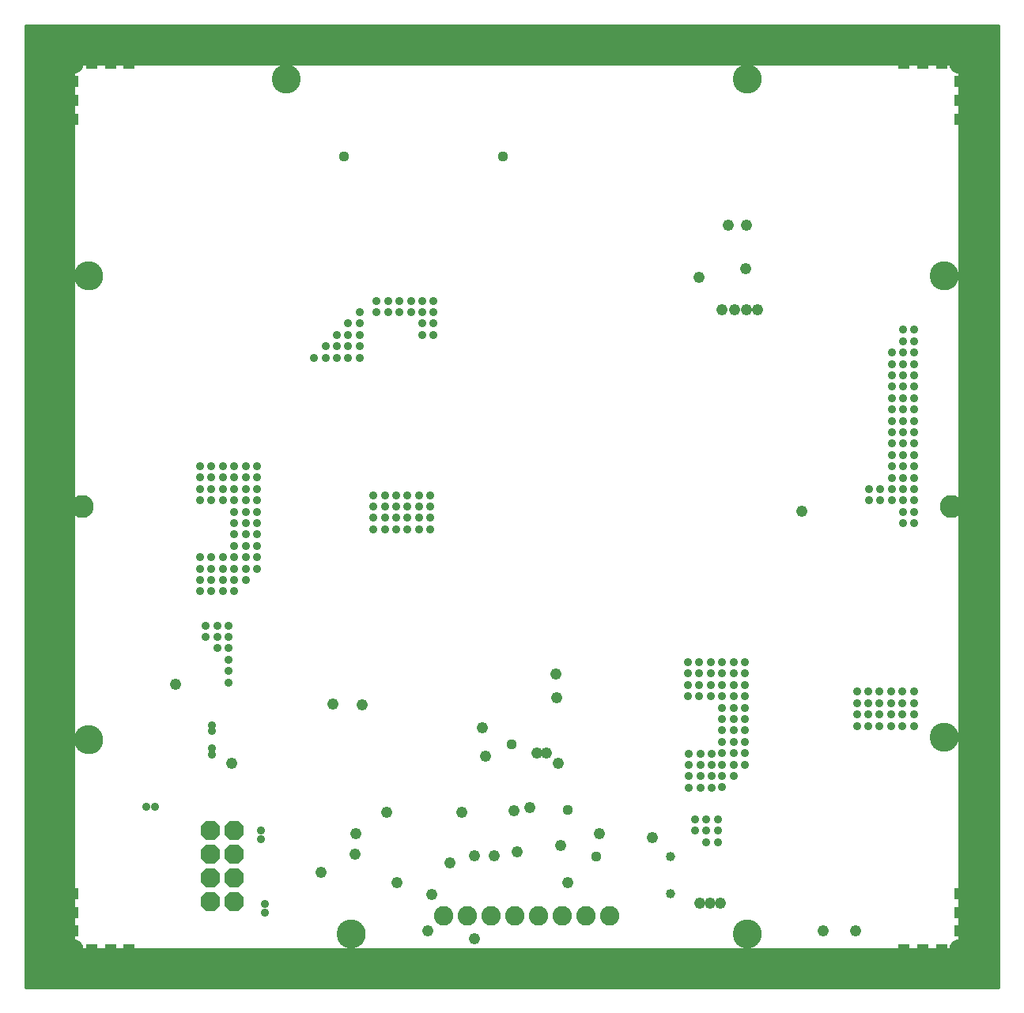
<source format=gbs>
G75*
%MOIN*%
%OFA0B0*%
%FSLAX25Y25*%
%IPPOS*%
%LPD*%
%AMOC8*
5,1,8,0,0,1.08239X$1,22.5*
%
%ADD10C,0.00000*%
%ADD11C,0.12217*%
%ADD12C,0.09698*%
%ADD13C,0.01600*%
%ADD14C,0.09068*%
%ADD15C,0.08200*%
%ADD16OC8,0.08200*%
%ADD17C,0.04762*%
%ADD18C,0.03600*%
%ADD19R,0.04762X0.04762*%
%ADD20C,0.03975*%
%ADD21C,0.04369*%
D10*
X0013611Y0013008D02*
X0052981Y0013008D01*
X0052981Y0009071D01*
X0364005Y0009071D01*
X0364005Y0013008D01*
X0403375Y0013008D01*
X0403375Y0052378D01*
X0407312Y0052378D01*
X0407312Y0363402D01*
X0403375Y0363402D01*
X0403375Y0402772D01*
X0364005Y0402772D01*
X0364005Y0406709D01*
X0052981Y0406709D01*
X0052981Y0402772D01*
X0013611Y0402772D01*
X0013611Y0363402D01*
X0009674Y0363402D01*
X0009674Y0052378D01*
X0013611Y0052378D01*
X0013611Y0013008D01*
X0017351Y0020882D02*
X0017353Y0021010D01*
X0017359Y0021138D01*
X0017369Y0021265D01*
X0017383Y0021393D01*
X0017400Y0021519D01*
X0017422Y0021645D01*
X0017448Y0021771D01*
X0017477Y0021895D01*
X0017510Y0022019D01*
X0017547Y0022141D01*
X0017588Y0022262D01*
X0017633Y0022382D01*
X0017681Y0022501D01*
X0017733Y0022618D01*
X0017789Y0022733D01*
X0017848Y0022847D01*
X0017910Y0022958D01*
X0017976Y0023068D01*
X0018045Y0023175D01*
X0018118Y0023281D01*
X0018194Y0023384D01*
X0018273Y0023484D01*
X0018355Y0023583D01*
X0018440Y0023678D01*
X0018528Y0023771D01*
X0018619Y0023861D01*
X0018712Y0023948D01*
X0018809Y0024033D01*
X0018907Y0024114D01*
X0019009Y0024192D01*
X0019112Y0024267D01*
X0019218Y0024339D01*
X0019326Y0024408D01*
X0019436Y0024473D01*
X0019549Y0024534D01*
X0019663Y0024593D01*
X0019778Y0024647D01*
X0019896Y0024698D01*
X0020014Y0024746D01*
X0020135Y0024789D01*
X0020256Y0024829D01*
X0020379Y0024865D01*
X0020503Y0024898D01*
X0020628Y0024926D01*
X0020753Y0024951D01*
X0020879Y0024971D01*
X0021006Y0024988D01*
X0021134Y0025001D01*
X0021261Y0025010D01*
X0021389Y0025015D01*
X0021517Y0025016D01*
X0021645Y0025013D01*
X0021773Y0025006D01*
X0021900Y0024995D01*
X0022027Y0024980D01*
X0022154Y0024962D01*
X0022280Y0024939D01*
X0022405Y0024912D01*
X0022529Y0024882D01*
X0022652Y0024848D01*
X0022775Y0024810D01*
X0022896Y0024768D01*
X0023015Y0024722D01*
X0023133Y0024673D01*
X0023250Y0024620D01*
X0023365Y0024564D01*
X0023478Y0024504D01*
X0023589Y0024441D01*
X0023698Y0024374D01*
X0023805Y0024304D01*
X0023910Y0024230D01*
X0024012Y0024154D01*
X0024112Y0024074D01*
X0024210Y0023991D01*
X0024305Y0023905D01*
X0024397Y0023816D01*
X0024486Y0023725D01*
X0024573Y0023631D01*
X0024656Y0023534D01*
X0024737Y0023434D01*
X0024814Y0023333D01*
X0024889Y0023228D01*
X0024960Y0023122D01*
X0025027Y0023013D01*
X0025092Y0022903D01*
X0025152Y0022790D01*
X0025210Y0022676D01*
X0025263Y0022560D01*
X0025313Y0022442D01*
X0025360Y0022323D01*
X0025403Y0022202D01*
X0025442Y0022080D01*
X0025477Y0021957D01*
X0025508Y0021833D01*
X0025536Y0021708D01*
X0025559Y0021582D01*
X0025579Y0021456D01*
X0025595Y0021329D01*
X0025607Y0021202D01*
X0025615Y0021074D01*
X0025619Y0020946D01*
X0025619Y0020818D01*
X0025615Y0020690D01*
X0025607Y0020562D01*
X0025595Y0020435D01*
X0025579Y0020308D01*
X0025559Y0020182D01*
X0025536Y0020056D01*
X0025508Y0019931D01*
X0025477Y0019807D01*
X0025442Y0019684D01*
X0025403Y0019562D01*
X0025360Y0019441D01*
X0025313Y0019322D01*
X0025263Y0019204D01*
X0025210Y0019088D01*
X0025152Y0018974D01*
X0025092Y0018861D01*
X0025027Y0018751D01*
X0024960Y0018642D01*
X0024889Y0018536D01*
X0024814Y0018431D01*
X0024737Y0018330D01*
X0024656Y0018230D01*
X0024573Y0018133D01*
X0024486Y0018039D01*
X0024397Y0017948D01*
X0024305Y0017859D01*
X0024210Y0017773D01*
X0024112Y0017690D01*
X0024012Y0017610D01*
X0023910Y0017534D01*
X0023805Y0017460D01*
X0023698Y0017390D01*
X0023589Y0017323D01*
X0023478Y0017260D01*
X0023365Y0017200D01*
X0023250Y0017144D01*
X0023133Y0017091D01*
X0023015Y0017042D01*
X0022896Y0016996D01*
X0022775Y0016954D01*
X0022652Y0016916D01*
X0022529Y0016882D01*
X0022405Y0016852D01*
X0022280Y0016825D01*
X0022154Y0016802D01*
X0022027Y0016784D01*
X0021900Y0016769D01*
X0021773Y0016758D01*
X0021645Y0016751D01*
X0021517Y0016748D01*
X0021389Y0016749D01*
X0021261Y0016754D01*
X0021134Y0016763D01*
X0021006Y0016776D01*
X0020879Y0016793D01*
X0020753Y0016813D01*
X0020628Y0016838D01*
X0020503Y0016866D01*
X0020379Y0016899D01*
X0020256Y0016935D01*
X0020135Y0016975D01*
X0020014Y0017018D01*
X0019896Y0017066D01*
X0019778Y0017117D01*
X0019663Y0017171D01*
X0019549Y0017230D01*
X0019436Y0017291D01*
X0019326Y0017356D01*
X0019218Y0017425D01*
X0019112Y0017497D01*
X0019009Y0017572D01*
X0018907Y0017650D01*
X0018809Y0017731D01*
X0018712Y0017816D01*
X0018619Y0017903D01*
X0018528Y0017993D01*
X0018440Y0018086D01*
X0018355Y0018181D01*
X0018273Y0018280D01*
X0018194Y0018380D01*
X0018118Y0018483D01*
X0018045Y0018589D01*
X0017976Y0018696D01*
X0017910Y0018806D01*
X0017848Y0018917D01*
X0017789Y0019031D01*
X0017733Y0019146D01*
X0017681Y0019263D01*
X0017633Y0019382D01*
X0017588Y0019502D01*
X0017547Y0019623D01*
X0017510Y0019745D01*
X0017477Y0019869D01*
X0017448Y0019993D01*
X0017422Y0020119D01*
X0017400Y0020245D01*
X0017383Y0020371D01*
X0017369Y0020499D01*
X0017359Y0020626D01*
X0017353Y0020754D01*
X0017351Y0020882D01*
X0022469Y0109465D02*
X0022471Y0109616D01*
X0022477Y0109766D01*
X0022487Y0109917D01*
X0022501Y0110067D01*
X0022519Y0110216D01*
X0022540Y0110366D01*
X0022566Y0110514D01*
X0022596Y0110662D01*
X0022629Y0110809D01*
X0022667Y0110955D01*
X0022708Y0111100D01*
X0022753Y0111244D01*
X0022802Y0111386D01*
X0022855Y0111527D01*
X0022911Y0111667D01*
X0022971Y0111805D01*
X0023034Y0111942D01*
X0023102Y0112077D01*
X0023172Y0112210D01*
X0023246Y0112341D01*
X0023324Y0112470D01*
X0023405Y0112597D01*
X0023489Y0112722D01*
X0023577Y0112845D01*
X0023668Y0112965D01*
X0023762Y0113083D01*
X0023859Y0113198D01*
X0023959Y0113311D01*
X0024062Y0113421D01*
X0024168Y0113528D01*
X0024277Y0113633D01*
X0024388Y0113734D01*
X0024502Y0113833D01*
X0024618Y0113928D01*
X0024738Y0114021D01*
X0024859Y0114110D01*
X0024983Y0114196D01*
X0025109Y0114279D01*
X0025237Y0114358D01*
X0025367Y0114434D01*
X0025499Y0114507D01*
X0025633Y0114575D01*
X0025769Y0114641D01*
X0025907Y0114703D01*
X0026046Y0114761D01*
X0026186Y0114815D01*
X0026328Y0114866D01*
X0026471Y0114913D01*
X0026616Y0114956D01*
X0026761Y0114995D01*
X0026908Y0115031D01*
X0027055Y0115062D01*
X0027203Y0115090D01*
X0027352Y0115114D01*
X0027501Y0115134D01*
X0027651Y0115150D01*
X0027801Y0115162D01*
X0027952Y0115170D01*
X0028103Y0115174D01*
X0028253Y0115174D01*
X0028404Y0115170D01*
X0028555Y0115162D01*
X0028705Y0115150D01*
X0028855Y0115134D01*
X0029004Y0115114D01*
X0029153Y0115090D01*
X0029301Y0115062D01*
X0029448Y0115031D01*
X0029595Y0114995D01*
X0029740Y0114956D01*
X0029885Y0114913D01*
X0030028Y0114866D01*
X0030170Y0114815D01*
X0030310Y0114761D01*
X0030449Y0114703D01*
X0030587Y0114641D01*
X0030723Y0114575D01*
X0030857Y0114507D01*
X0030989Y0114434D01*
X0031119Y0114358D01*
X0031247Y0114279D01*
X0031373Y0114196D01*
X0031497Y0114110D01*
X0031618Y0114021D01*
X0031738Y0113928D01*
X0031854Y0113833D01*
X0031968Y0113734D01*
X0032079Y0113633D01*
X0032188Y0113528D01*
X0032294Y0113421D01*
X0032397Y0113311D01*
X0032497Y0113198D01*
X0032594Y0113083D01*
X0032688Y0112965D01*
X0032779Y0112845D01*
X0032867Y0112722D01*
X0032951Y0112597D01*
X0033032Y0112470D01*
X0033110Y0112341D01*
X0033184Y0112210D01*
X0033254Y0112077D01*
X0033322Y0111942D01*
X0033385Y0111805D01*
X0033445Y0111667D01*
X0033501Y0111527D01*
X0033554Y0111386D01*
X0033603Y0111244D01*
X0033648Y0111100D01*
X0033689Y0110955D01*
X0033727Y0110809D01*
X0033760Y0110662D01*
X0033790Y0110514D01*
X0033816Y0110366D01*
X0033837Y0110216D01*
X0033855Y0110067D01*
X0033869Y0109917D01*
X0033879Y0109766D01*
X0033885Y0109616D01*
X0033887Y0109465D01*
X0033885Y0109314D01*
X0033879Y0109164D01*
X0033869Y0109013D01*
X0033855Y0108863D01*
X0033837Y0108714D01*
X0033816Y0108564D01*
X0033790Y0108416D01*
X0033760Y0108268D01*
X0033727Y0108121D01*
X0033689Y0107975D01*
X0033648Y0107830D01*
X0033603Y0107686D01*
X0033554Y0107544D01*
X0033501Y0107403D01*
X0033445Y0107263D01*
X0033385Y0107125D01*
X0033322Y0106988D01*
X0033254Y0106853D01*
X0033184Y0106720D01*
X0033110Y0106589D01*
X0033032Y0106460D01*
X0032951Y0106333D01*
X0032867Y0106208D01*
X0032779Y0106085D01*
X0032688Y0105965D01*
X0032594Y0105847D01*
X0032497Y0105732D01*
X0032397Y0105619D01*
X0032294Y0105509D01*
X0032188Y0105402D01*
X0032079Y0105297D01*
X0031968Y0105196D01*
X0031854Y0105097D01*
X0031738Y0105002D01*
X0031618Y0104909D01*
X0031497Y0104820D01*
X0031373Y0104734D01*
X0031247Y0104651D01*
X0031119Y0104572D01*
X0030989Y0104496D01*
X0030857Y0104423D01*
X0030723Y0104355D01*
X0030587Y0104289D01*
X0030449Y0104227D01*
X0030310Y0104169D01*
X0030170Y0104115D01*
X0030028Y0104064D01*
X0029885Y0104017D01*
X0029740Y0103974D01*
X0029595Y0103935D01*
X0029448Y0103899D01*
X0029301Y0103868D01*
X0029153Y0103840D01*
X0029004Y0103816D01*
X0028855Y0103796D01*
X0028705Y0103780D01*
X0028555Y0103768D01*
X0028404Y0103760D01*
X0028253Y0103756D01*
X0028103Y0103756D01*
X0027952Y0103760D01*
X0027801Y0103768D01*
X0027651Y0103780D01*
X0027501Y0103796D01*
X0027352Y0103816D01*
X0027203Y0103840D01*
X0027055Y0103868D01*
X0026908Y0103899D01*
X0026761Y0103935D01*
X0026616Y0103974D01*
X0026471Y0104017D01*
X0026328Y0104064D01*
X0026186Y0104115D01*
X0026046Y0104169D01*
X0025907Y0104227D01*
X0025769Y0104289D01*
X0025633Y0104355D01*
X0025499Y0104423D01*
X0025367Y0104496D01*
X0025237Y0104572D01*
X0025109Y0104651D01*
X0024983Y0104734D01*
X0024859Y0104820D01*
X0024738Y0104909D01*
X0024618Y0105002D01*
X0024502Y0105097D01*
X0024388Y0105196D01*
X0024277Y0105297D01*
X0024168Y0105402D01*
X0024062Y0105509D01*
X0023959Y0105619D01*
X0023859Y0105732D01*
X0023762Y0105847D01*
X0023668Y0105965D01*
X0023577Y0106085D01*
X0023489Y0106208D01*
X0023405Y0106333D01*
X0023324Y0106460D01*
X0023246Y0106589D01*
X0023172Y0106720D01*
X0023102Y0106853D01*
X0023034Y0106988D01*
X0022971Y0107125D01*
X0022911Y0107263D01*
X0022855Y0107403D01*
X0022802Y0107544D01*
X0022753Y0107686D01*
X0022708Y0107830D01*
X0022667Y0107975D01*
X0022629Y0108121D01*
X0022596Y0108268D01*
X0022566Y0108416D01*
X0022540Y0108564D01*
X0022519Y0108714D01*
X0022501Y0108863D01*
X0022487Y0109013D01*
X0022477Y0109164D01*
X0022471Y0109314D01*
X0022469Y0109465D01*
X0020973Y0207890D02*
X0020975Y0208023D01*
X0020981Y0208156D01*
X0020991Y0208289D01*
X0021005Y0208421D01*
X0021023Y0208553D01*
X0021044Y0208684D01*
X0021070Y0208815D01*
X0021100Y0208945D01*
X0021133Y0209074D01*
X0021171Y0209201D01*
X0021212Y0209328D01*
X0021257Y0209453D01*
X0021305Y0209577D01*
X0021358Y0209700D01*
X0021414Y0209820D01*
X0021473Y0209939D01*
X0021536Y0210057D01*
X0021603Y0210172D01*
X0021673Y0210285D01*
X0021746Y0210396D01*
X0021823Y0210505D01*
X0021903Y0210612D01*
X0021986Y0210716D01*
X0022072Y0210817D01*
X0022161Y0210916D01*
X0022253Y0211012D01*
X0022347Y0211106D01*
X0022445Y0211196D01*
X0022545Y0211284D01*
X0022648Y0211368D01*
X0022753Y0211450D01*
X0022861Y0211528D01*
X0022971Y0211603D01*
X0023083Y0211675D01*
X0023198Y0211743D01*
X0023314Y0211808D01*
X0023432Y0211869D01*
X0023552Y0211927D01*
X0023673Y0211981D01*
X0023797Y0212031D01*
X0023921Y0212078D01*
X0024047Y0212121D01*
X0024174Y0212160D01*
X0024303Y0212196D01*
X0024432Y0212227D01*
X0024562Y0212255D01*
X0024693Y0212279D01*
X0024825Y0212299D01*
X0024957Y0212315D01*
X0025090Y0212327D01*
X0025222Y0212335D01*
X0025355Y0212339D01*
X0025489Y0212339D01*
X0025622Y0212335D01*
X0025754Y0212327D01*
X0025887Y0212315D01*
X0026019Y0212299D01*
X0026151Y0212279D01*
X0026282Y0212255D01*
X0026412Y0212227D01*
X0026541Y0212196D01*
X0026670Y0212160D01*
X0026797Y0212121D01*
X0026923Y0212078D01*
X0027047Y0212031D01*
X0027171Y0211981D01*
X0027292Y0211927D01*
X0027412Y0211869D01*
X0027530Y0211808D01*
X0027647Y0211743D01*
X0027761Y0211675D01*
X0027873Y0211603D01*
X0027983Y0211528D01*
X0028091Y0211450D01*
X0028196Y0211368D01*
X0028299Y0211284D01*
X0028399Y0211196D01*
X0028497Y0211106D01*
X0028591Y0211012D01*
X0028683Y0210916D01*
X0028772Y0210817D01*
X0028858Y0210716D01*
X0028941Y0210612D01*
X0029021Y0210505D01*
X0029098Y0210396D01*
X0029171Y0210285D01*
X0029241Y0210172D01*
X0029308Y0210057D01*
X0029371Y0209939D01*
X0029430Y0209820D01*
X0029486Y0209700D01*
X0029539Y0209577D01*
X0029587Y0209453D01*
X0029632Y0209328D01*
X0029673Y0209201D01*
X0029711Y0209074D01*
X0029744Y0208945D01*
X0029774Y0208815D01*
X0029800Y0208684D01*
X0029821Y0208553D01*
X0029839Y0208421D01*
X0029853Y0208289D01*
X0029863Y0208156D01*
X0029869Y0208023D01*
X0029871Y0207890D01*
X0029869Y0207757D01*
X0029863Y0207624D01*
X0029853Y0207491D01*
X0029839Y0207359D01*
X0029821Y0207227D01*
X0029800Y0207096D01*
X0029774Y0206965D01*
X0029744Y0206835D01*
X0029711Y0206706D01*
X0029673Y0206579D01*
X0029632Y0206452D01*
X0029587Y0206327D01*
X0029539Y0206203D01*
X0029486Y0206080D01*
X0029430Y0205960D01*
X0029371Y0205841D01*
X0029308Y0205723D01*
X0029241Y0205608D01*
X0029171Y0205495D01*
X0029098Y0205384D01*
X0029021Y0205275D01*
X0028941Y0205168D01*
X0028858Y0205064D01*
X0028772Y0204963D01*
X0028683Y0204864D01*
X0028591Y0204768D01*
X0028497Y0204674D01*
X0028399Y0204584D01*
X0028299Y0204496D01*
X0028196Y0204412D01*
X0028091Y0204330D01*
X0027983Y0204252D01*
X0027873Y0204177D01*
X0027761Y0204105D01*
X0027646Y0204037D01*
X0027530Y0203972D01*
X0027412Y0203911D01*
X0027292Y0203853D01*
X0027171Y0203799D01*
X0027047Y0203749D01*
X0026923Y0203702D01*
X0026797Y0203659D01*
X0026670Y0203620D01*
X0026541Y0203584D01*
X0026412Y0203553D01*
X0026282Y0203525D01*
X0026151Y0203501D01*
X0026019Y0203481D01*
X0025887Y0203465D01*
X0025754Y0203453D01*
X0025622Y0203445D01*
X0025489Y0203441D01*
X0025355Y0203441D01*
X0025222Y0203445D01*
X0025090Y0203453D01*
X0024957Y0203465D01*
X0024825Y0203481D01*
X0024693Y0203501D01*
X0024562Y0203525D01*
X0024432Y0203553D01*
X0024303Y0203584D01*
X0024174Y0203620D01*
X0024047Y0203659D01*
X0023921Y0203702D01*
X0023797Y0203749D01*
X0023673Y0203799D01*
X0023552Y0203853D01*
X0023432Y0203911D01*
X0023314Y0203972D01*
X0023197Y0204037D01*
X0023083Y0204105D01*
X0022971Y0204177D01*
X0022861Y0204252D01*
X0022753Y0204330D01*
X0022648Y0204412D01*
X0022545Y0204496D01*
X0022445Y0204584D01*
X0022347Y0204674D01*
X0022253Y0204768D01*
X0022161Y0204864D01*
X0022072Y0204963D01*
X0021986Y0205064D01*
X0021903Y0205168D01*
X0021823Y0205275D01*
X0021746Y0205384D01*
X0021673Y0205495D01*
X0021603Y0205608D01*
X0021536Y0205723D01*
X0021473Y0205841D01*
X0021414Y0205960D01*
X0021358Y0206080D01*
X0021305Y0206203D01*
X0021257Y0206327D01*
X0021212Y0206452D01*
X0021171Y0206579D01*
X0021133Y0206706D01*
X0021100Y0206835D01*
X0021070Y0206965D01*
X0021044Y0207096D01*
X0021023Y0207227D01*
X0021005Y0207359D01*
X0020991Y0207491D01*
X0020981Y0207624D01*
X0020975Y0207757D01*
X0020973Y0207890D01*
X0022469Y0305134D02*
X0022471Y0305285D01*
X0022477Y0305435D01*
X0022487Y0305586D01*
X0022501Y0305736D01*
X0022519Y0305885D01*
X0022540Y0306035D01*
X0022566Y0306183D01*
X0022596Y0306331D01*
X0022629Y0306478D01*
X0022667Y0306624D01*
X0022708Y0306769D01*
X0022753Y0306913D01*
X0022802Y0307055D01*
X0022855Y0307196D01*
X0022911Y0307336D01*
X0022971Y0307474D01*
X0023034Y0307611D01*
X0023102Y0307746D01*
X0023172Y0307879D01*
X0023246Y0308010D01*
X0023324Y0308139D01*
X0023405Y0308266D01*
X0023489Y0308391D01*
X0023577Y0308514D01*
X0023668Y0308634D01*
X0023762Y0308752D01*
X0023859Y0308867D01*
X0023959Y0308980D01*
X0024062Y0309090D01*
X0024168Y0309197D01*
X0024277Y0309302D01*
X0024388Y0309403D01*
X0024502Y0309502D01*
X0024618Y0309597D01*
X0024738Y0309690D01*
X0024859Y0309779D01*
X0024983Y0309865D01*
X0025109Y0309948D01*
X0025237Y0310027D01*
X0025367Y0310103D01*
X0025499Y0310176D01*
X0025633Y0310244D01*
X0025769Y0310310D01*
X0025907Y0310372D01*
X0026046Y0310430D01*
X0026186Y0310484D01*
X0026328Y0310535D01*
X0026471Y0310582D01*
X0026616Y0310625D01*
X0026761Y0310664D01*
X0026908Y0310700D01*
X0027055Y0310731D01*
X0027203Y0310759D01*
X0027352Y0310783D01*
X0027501Y0310803D01*
X0027651Y0310819D01*
X0027801Y0310831D01*
X0027952Y0310839D01*
X0028103Y0310843D01*
X0028253Y0310843D01*
X0028404Y0310839D01*
X0028555Y0310831D01*
X0028705Y0310819D01*
X0028855Y0310803D01*
X0029004Y0310783D01*
X0029153Y0310759D01*
X0029301Y0310731D01*
X0029448Y0310700D01*
X0029595Y0310664D01*
X0029740Y0310625D01*
X0029885Y0310582D01*
X0030028Y0310535D01*
X0030170Y0310484D01*
X0030310Y0310430D01*
X0030449Y0310372D01*
X0030587Y0310310D01*
X0030723Y0310244D01*
X0030857Y0310176D01*
X0030989Y0310103D01*
X0031119Y0310027D01*
X0031247Y0309948D01*
X0031373Y0309865D01*
X0031497Y0309779D01*
X0031618Y0309690D01*
X0031738Y0309597D01*
X0031854Y0309502D01*
X0031968Y0309403D01*
X0032079Y0309302D01*
X0032188Y0309197D01*
X0032294Y0309090D01*
X0032397Y0308980D01*
X0032497Y0308867D01*
X0032594Y0308752D01*
X0032688Y0308634D01*
X0032779Y0308514D01*
X0032867Y0308391D01*
X0032951Y0308266D01*
X0033032Y0308139D01*
X0033110Y0308010D01*
X0033184Y0307879D01*
X0033254Y0307746D01*
X0033322Y0307611D01*
X0033385Y0307474D01*
X0033445Y0307336D01*
X0033501Y0307196D01*
X0033554Y0307055D01*
X0033603Y0306913D01*
X0033648Y0306769D01*
X0033689Y0306624D01*
X0033727Y0306478D01*
X0033760Y0306331D01*
X0033790Y0306183D01*
X0033816Y0306035D01*
X0033837Y0305885D01*
X0033855Y0305736D01*
X0033869Y0305586D01*
X0033879Y0305435D01*
X0033885Y0305285D01*
X0033887Y0305134D01*
X0033885Y0304983D01*
X0033879Y0304833D01*
X0033869Y0304682D01*
X0033855Y0304532D01*
X0033837Y0304383D01*
X0033816Y0304233D01*
X0033790Y0304085D01*
X0033760Y0303937D01*
X0033727Y0303790D01*
X0033689Y0303644D01*
X0033648Y0303499D01*
X0033603Y0303355D01*
X0033554Y0303213D01*
X0033501Y0303072D01*
X0033445Y0302932D01*
X0033385Y0302794D01*
X0033322Y0302657D01*
X0033254Y0302522D01*
X0033184Y0302389D01*
X0033110Y0302258D01*
X0033032Y0302129D01*
X0032951Y0302002D01*
X0032867Y0301877D01*
X0032779Y0301754D01*
X0032688Y0301634D01*
X0032594Y0301516D01*
X0032497Y0301401D01*
X0032397Y0301288D01*
X0032294Y0301178D01*
X0032188Y0301071D01*
X0032079Y0300966D01*
X0031968Y0300865D01*
X0031854Y0300766D01*
X0031738Y0300671D01*
X0031618Y0300578D01*
X0031497Y0300489D01*
X0031373Y0300403D01*
X0031247Y0300320D01*
X0031119Y0300241D01*
X0030989Y0300165D01*
X0030857Y0300092D01*
X0030723Y0300024D01*
X0030587Y0299958D01*
X0030449Y0299896D01*
X0030310Y0299838D01*
X0030170Y0299784D01*
X0030028Y0299733D01*
X0029885Y0299686D01*
X0029740Y0299643D01*
X0029595Y0299604D01*
X0029448Y0299568D01*
X0029301Y0299537D01*
X0029153Y0299509D01*
X0029004Y0299485D01*
X0028855Y0299465D01*
X0028705Y0299449D01*
X0028555Y0299437D01*
X0028404Y0299429D01*
X0028253Y0299425D01*
X0028103Y0299425D01*
X0027952Y0299429D01*
X0027801Y0299437D01*
X0027651Y0299449D01*
X0027501Y0299465D01*
X0027352Y0299485D01*
X0027203Y0299509D01*
X0027055Y0299537D01*
X0026908Y0299568D01*
X0026761Y0299604D01*
X0026616Y0299643D01*
X0026471Y0299686D01*
X0026328Y0299733D01*
X0026186Y0299784D01*
X0026046Y0299838D01*
X0025907Y0299896D01*
X0025769Y0299958D01*
X0025633Y0300024D01*
X0025499Y0300092D01*
X0025367Y0300165D01*
X0025237Y0300241D01*
X0025109Y0300320D01*
X0024983Y0300403D01*
X0024859Y0300489D01*
X0024738Y0300578D01*
X0024618Y0300671D01*
X0024502Y0300766D01*
X0024388Y0300865D01*
X0024277Y0300966D01*
X0024168Y0301071D01*
X0024062Y0301178D01*
X0023959Y0301288D01*
X0023859Y0301401D01*
X0023762Y0301516D01*
X0023668Y0301634D01*
X0023577Y0301754D01*
X0023489Y0301877D01*
X0023405Y0302002D01*
X0023324Y0302129D01*
X0023246Y0302258D01*
X0023172Y0302389D01*
X0023102Y0302522D01*
X0023034Y0302657D01*
X0022971Y0302794D01*
X0022911Y0302932D01*
X0022855Y0303072D01*
X0022802Y0303213D01*
X0022753Y0303355D01*
X0022708Y0303499D01*
X0022667Y0303644D01*
X0022629Y0303790D01*
X0022596Y0303937D01*
X0022566Y0304085D01*
X0022540Y0304233D01*
X0022519Y0304383D01*
X0022501Y0304532D01*
X0022487Y0304682D01*
X0022477Y0304833D01*
X0022471Y0304983D01*
X0022469Y0305134D01*
X0105540Y0388205D02*
X0105542Y0388356D01*
X0105548Y0388506D01*
X0105558Y0388657D01*
X0105572Y0388807D01*
X0105590Y0388956D01*
X0105611Y0389106D01*
X0105637Y0389254D01*
X0105667Y0389402D01*
X0105700Y0389549D01*
X0105738Y0389695D01*
X0105779Y0389840D01*
X0105824Y0389984D01*
X0105873Y0390126D01*
X0105926Y0390267D01*
X0105982Y0390407D01*
X0106042Y0390545D01*
X0106105Y0390682D01*
X0106173Y0390817D01*
X0106243Y0390950D01*
X0106317Y0391081D01*
X0106395Y0391210D01*
X0106476Y0391337D01*
X0106560Y0391462D01*
X0106648Y0391585D01*
X0106739Y0391705D01*
X0106833Y0391823D01*
X0106930Y0391938D01*
X0107030Y0392051D01*
X0107133Y0392161D01*
X0107239Y0392268D01*
X0107348Y0392373D01*
X0107459Y0392474D01*
X0107573Y0392573D01*
X0107689Y0392668D01*
X0107809Y0392761D01*
X0107930Y0392850D01*
X0108054Y0392936D01*
X0108180Y0393019D01*
X0108308Y0393098D01*
X0108438Y0393174D01*
X0108570Y0393247D01*
X0108704Y0393315D01*
X0108840Y0393381D01*
X0108978Y0393443D01*
X0109117Y0393501D01*
X0109257Y0393555D01*
X0109399Y0393606D01*
X0109542Y0393653D01*
X0109687Y0393696D01*
X0109832Y0393735D01*
X0109979Y0393771D01*
X0110126Y0393802D01*
X0110274Y0393830D01*
X0110423Y0393854D01*
X0110572Y0393874D01*
X0110722Y0393890D01*
X0110872Y0393902D01*
X0111023Y0393910D01*
X0111174Y0393914D01*
X0111324Y0393914D01*
X0111475Y0393910D01*
X0111626Y0393902D01*
X0111776Y0393890D01*
X0111926Y0393874D01*
X0112075Y0393854D01*
X0112224Y0393830D01*
X0112372Y0393802D01*
X0112519Y0393771D01*
X0112666Y0393735D01*
X0112811Y0393696D01*
X0112956Y0393653D01*
X0113099Y0393606D01*
X0113241Y0393555D01*
X0113381Y0393501D01*
X0113520Y0393443D01*
X0113658Y0393381D01*
X0113794Y0393315D01*
X0113928Y0393247D01*
X0114060Y0393174D01*
X0114190Y0393098D01*
X0114318Y0393019D01*
X0114444Y0392936D01*
X0114568Y0392850D01*
X0114689Y0392761D01*
X0114809Y0392668D01*
X0114925Y0392573D01*
X0115039Y0392474D01*
X0115150Y0392373D01*
X0115259Y0392268D01*
X0115365Y0392161D01*
X0115468Y0392051D01*
X0115568Y0391938D01*
X0115665Y0391823D01*
X0115759Y0391705D01*
X0115850Y0391585D01*
X0115938Y0391462D01*
X0116022Y0391337D01*
X0116103Y0391210D01*
X0116181Y0391081D01*
X0116255Y0390950D01*
X0116325Y0390817D01*
X0116393Y0390682D01*
X0116456Y0390545D01*
X0116516Y0390407D01*
X0116572Y0390267D01*
X0116625Y0390126D01*
X0116674Y0389984D01*
X0116719Y0389840D01*
X0116760Y0389695D01*
X0116798Y0389549D01*
X0116831Y0389402D01*
X0116861Y0389254D01*
X0116887Y0389106D01*
X0116908Y0388956D01*
X0116926Y0388807D01*
X0116940Y0388657D01*
X0116950Y0388506D01*
X0116956Y0388356D01*
X0116958Y0388205D01*
X0116956Y0388054D01*
X0116950Y0387904D01*
X0116940Y0387753D01*
X0116926Y0387603D01*
X0116908Y0387454D01*
X0116887Y0387304D01*
X0116861Y0387156D01*
X0116831Y0387008D01*
X0116798Y0386861D01*
X0116760Y0386715D01*
X0116719Y0386570D01*
X0116674Y0386426D01*
X0116625Y0386284D01*
X0116572Y0386143D01*
X0116516Y0386003D01*
X0116456Y0385865D01*
X0116393Y0385728D01*
X0116325Y0385593D01*
X0116255Y0385460D01*
X0116181Y0385329D01*
X0116103Y0385200D01*
X0116022Y0385073D01*
X0115938Y0384948D01*
X0115850Y0384825D01*
X0115759Y0384705D01*
X0115665Y0384587D01*
X0115568Y0384472D01*
X0115468Y0384359D01*
X0115365Y0384249D01*
X0115259Y0384142D01*
X0115150Y0384037D01*
X0115039Y0383936D01*
X0114925Y0383837D01*
X0114809Y0383742D01*
X0114689Y0383649D01*
X0114568Y0383560D01*
X0114444Y0383474D01*
X0114318Y0383391D01*
X0114190Y0383312D01*
X0114060Y0383236D01*
X0113928Y0383163D01*
X0113794Y0383095D01*
X0113658Y0383029D01*
X0113520Y0382967D01*
X0113381Y0382909D01*
X0113241Y0382855D01*
X0113099Y0382804D01*
X0112956Y0382757D01*
X0112811Y0382714D01*
X0112666Y0382675D01*
X0112519Y0382639D01*
X0112372Y0382608D01*
X0112224Y0382580D01*
X0112075Y0382556D01*
X0111926Y0382536D01*
X0111776Y0382520D01*
X0111626Y0382508D01*
X0111475Y0382500D01*
X0111324Y0382496D01*
X0111174Y0382496D01*
X0111023Y0382500D01*
X0110872Y0382508D01*
X0110722Y0382520D01*
X0110572Y0382536D01*
X0110423Y0382556D01*
X0110274Y0382580D01*
X0110126Y0382608D01*
X0109979Y0382639D01*
X0109832Y0382675D01*
X0109687Y0382714D01*
X0109542Y0382757D01*
X0109399Y0382804D01*
X0109257Y0382855D01*
X0109117Y0382909D01*
X0108978Y0382967D01*
X0108840Y0383029D01*
X0108704Y0383095D01*
X0108570Y0383163D01*
X0108438Y0383236D01*
X0108308Y0383312D01*
X0108180Y0383391D01*
X0108054Y0383474D01*
X0107930Y0383560D01*
X0107809Y0383649D01*
X0107689Y0383742D01*
X0107573Y0383837D01*
X0107459Y0383936D01*
X0107348Y0384037D01*
X0107239Y0384142D01*
X0107133Y0384249D01*
X0107030Y0384359D01*
X0106930Y0384472D01*
X0106833Y0384587D01*
X0106739Y0384705D01*
X0106648Y0384825D01*
X0106560Y0384948D01*
X0106476Y0385073D01*
X0106395Y0385200D01*
X0106317Y0385329D01*
X0106243Y0385460D01*
X0106173Y0385593D01*
X0106105Y0385728D01*
X0106042Y0385865D01*
X0105982Y0386003D01*
X0105926Y0386143D01*
X0105873Y0386284D01*
X0105824Y0386426D01*
X0105779Y0386570D01*
X0105738Y0386715D01*
X0105700Y0386861D01*
X0105667Y0387008D01*
X0105637Y0387156D01*
X0105611Y0387304D01*
X0105590Y0387454D01*
X0105572Y0387603D01*
X0105558Y0387753D01*
X0105548Y0387904D01*
X0105542Y0388054D01*
X0105540Y0388205D01*
X0017351Y0394898D02*
X0017353Y0395026D01*
X0017359Y0395154D01*
X0017369Y0395281D01*
X0017383Y0395409D01*
X0017400Y0395535D01*
X0017422Y0395661D01*
X0017448Y0395787D01*
X0017477Y0395911D01*
X0017510Y0396035D01*
X0017547Y0396157D01*
X0017588Y0396278D01*
X0017633Y0396398D01*
X0017681Y0396517D01*
X0017733Y0396634D01*
X0017789Y0396749D01*
X0017848Y0396863D01*
X0017910Y0396974D01*
X0017976Y0397084D01*
X0018045Y0397191D01*
X0018118Y0397297D01*
X0018194Y0397400D01*
X0018273Y0397500D01*
X0018355Y0397599D01*
X0018440Y0397694D01*
X0018528Y0397787D01*
X0018619Y0397877D01*
X0018712Y0397964D01*
X0018809Y0398049D01*
X0018907Y0398130D01*
X0019009Y0398208D01*
X0019112Y0398283D01*
X0019218Y0398355D01*
X0019326Y0398424D01*
X0019436Y0398489D01*
X0019549Y0398550D01*
X0019663Y0398609D01*
X0019778Y0398663D01*
X0019896Y0398714D01*
X0020014Y0398762D01*
X0020135Y0398805D01*
X0020256Y0398845D01*
X0020379Y0398881D01*
X0020503Y0398914D01*
X0020628Y0398942D01*
X0020753Y0398967D01*
X0020879Y0398987D01*
X0021006Y0399004D01*
X0021134Y0399017D01*
X0021261Y0399026D01*
X0021389Y0399031D01*
X0021517Y0399032D01*
X0021645Y0399029D01*
X0021773Y0399022D01*
X0021900Y0399011D01*
X0022027Y0398996D01*
X0022154Y0398978D01*
X0022280Y0398955D01*
X0022405Y0398928D01*
X0022529Y0398898D01*
X0022652Y0398864D01*
X0022775Y0398826D01*
X0022896Y0398784D01*
X0023015Y0398738D01*
X0023133Y0398689D01*
X0023250Y0398636D01*
X0023365Y0398580D01*
X0023478Y0398520D01*
X0023589Y0398457D01*
X0023698Y0398390D01*
X0023805Y0398320D01*
X0023910Y0398246D01*
X0024012Y0398170D01*
X0024112Y0398090D01*
X0024210Y0398007D01*
X0024305Y0397921D01*
X0024397Y0397832D01*
X0024486Y0397741D01*
X0024573Y0397647D01*
X0024656Y0397550D01*
X0024737Y0397450D01*
X0024814Y0397349D01*
X0024889Y0397244D01*
X0024960Y0397138D01*
X0025027Y0397029D01*
X0025092Y0396919D01*
X0025152Y0396806D01*
X0025210Y0396692D01*
X0025263Y0396576D01*
X0025313Y0396458D01*
X0025360Y0396339D01*
X0025403Y0396218D01*
X0025442Y0396096D01*
X0025477Y0395973D01*
X0025508Y0395849D01*
X0025536Y0395724D01*
X0025559Y0395598D01*
X0025579Y0395472D01*
X0025595Y0395345D01*
X0025607Y0395218D01*
X0025615Y0395090D01*
X0025619Y0394962D01*
X0025619Y0394834D01*
X0025615Y0394706D01*
X0025607Y0394578D01*
X0025595Y0394451D01*
X0025579Y0394324D01*
X0025559Y0394198D01*
X0025536Y0394072D01*
X0025508Y0393947D01*
X0025477Y0393823D01*
X0025442Y0393700D01*
X0025403Y0393578D01*
X0025360Y0393457D01*
X0025313Y0393338D01*
X0025263Y0393220D01*
X0025210Y0393104D01*
X0025152Y0392990D01*
X0025092Y0392877D01*
X0025027Y0392767D01*
X0024960Y0392658D01*
X0024889Y0392552D01*
X0024814Y0392447D01*
X0024737Y0392346D01*
X0024656Y0392246D01*
X0024573Y0392149D01*
X0024486Y0392055D01*
X0024397Y0391964D01*
X0024305Y0391875D01*
X0024210Y0391789D01*
X0024112Y0391706D01*
X0024012Y0391626D01*
X0023910Y0391550D01*
X0023805Y0391476D01*
X0023698Y0391406D01*
X0023589Y0391339D01*
X0023478Y0391276D01*
X0023365Y0391216D01*
X0023250Y0391160D01*
X0023133Y0391107D01*
X0023015Y0391058D01*
X0022896Y0391012D01*
X0022775Y0390970D01*
X0022652Y0390932D01*
X0022529Y0390898D01*
X0022405Y0390868D01*
X0022280Y0390841D01*
X0022154Y0390818D01*
X0022027Y0390800D01*
X0021900Y0390785D01*
X0021773Y0390774D01*
X0021645Y0390767D01*
X0021517Y0390764D01*
X0021389Y0390765D01*
X0021261Y0390770D01*
X0021134Y0390779D01*
X0021006Y0390792D01*
X0020879Y0390809D01*
X0020753Y0390829D01*
X0020628Y0390854D01*
X0020503Y0390882D01*
X0020379Y0390915D01*
X0020256Y0390951D01*
X0020135Y0390991D01*
X0020014Y0391034D01*
X0019896Y0391082D01*
X0019778Y0391133D01*
X0019663Y0391187D01*
X0019549Y0391246D01*
X0019436Y0391307D01*
X0019326Y0391372D01*
X0019218Y0391441D01*
X0019112Y0391513D01*
X0019009Y0391588D01*
X0018907Y0391666D01*
X0018809Y0391747D01*
X0018712Y0391832D01*
X0018619Y0391919D01*
X0018528Y0392009D01*
X0018440Y0392102D01*
X0018355Y0392197D01*
X0018273Y0392296D01*
X0018194Y0392396D01*
X0018118Y0392499D01*
X0018045Y0392605D01*
X0017976Y0392712D01*
X0017910Y0392822D01*
X0017848Y0392933D01*
X0017789Y0393047D01*
X0017733Y0393162D01*
X0017681Y0393279D01*
X0017633Y0393398D01*
X0017588Y0393518D01*
X0017547Y0393639D01*
X0017510Y0393761D01*
X0017477Y0393885D01*
X0017448Y0394009D01*
X0017422Y0394135D01*
X0017400Y0394261D01*
X0017383Y0394387D01*
X0017369Y0394515D01*
X0017359Y0394642D01*
X0017353Y0394770D01*
X0017351Y0394898D01*
X0300028Y0388205D02*
X0300030Y0388356D01*
X0300036Y0388506D01*
X0300046Y0388657D01*
X0300060Y0388807D01*
X0300078Y0388956D01*
X0300099Y0389106D01*
X0300125Y0389254D01*
X0300155Y0389402D01*
X0300188Y0389549D01*
X0300226Y0389695D01*
X0300267Y0389840D01*
X0300312Y0389984D01*
X0300361Y0390126D01*
X0300414Y0390267D01*
X0300470Y0390407D01*
X0300530Y0390545D01*
X0300593Y0390682D01*
X0300661Y0390817D01*
X0300731Y0390950D01*
X0300805Y0391081D01*
X0300883Y0391210D01*
X0300964Y0391337D01*
X0301048Y0391462D01*
X0301136Y0391585D01*
X0301227Y0391705D01*
X0301321Y0391823D01*
X0301418Y0391938D01*
X0301518Y0392051D01*
X0301621Y0392161D01*
X0301727Y0392268D01*
X0301836Y0392373D01*
X0301947Y0392474D01*
X0302061Y0392573D01*
X0302177Y0392668D01*
X0302297Y0392761D01*
X0302418Y0392850D01*
X0302542Y0392936D01*
X0302668Y0393019D01*
X0302796Y0393098D01*
X0302926Y0393174D01*
X0303058Y0393247D01*
X0303192Y0393315D01*
X0303328Y0393381D01*
X0303466Y0393443D01*
X0303605Y0393501D01*
X0303745Y0393555D01*
X0303887Y0393606D01*
X0304030Y0393653D01*
X0304175Y0393696D01*
X0304320Y0393735D01*
X0304467Y0393771D01*
X0304614Y0393802D01*
X0304762Y0393830D01*
X0304911Y0393854D01*
X0305060Y0393874D01*
X0305210Y0393890D01*
X0305360Y0393902D01*
X0305511Y0393910D01*
X0305662Y0393914D01*
X0305812Y0393914D01*
X0305963Y0393910D01*
X0306114Y0393902D01*
X0306264Y0393890D01*
X0306414Y0393874D01*
X0306563Y0393854D01*
X0306712Y0393830D01*
X0306860Y0393802D01*
X0307007Y0393771D01*
X0307154Y0393735D01*
X0307299Y0393696D01*
X0307444Y0393653D01*
X0307587Y0393606D01*
X0307729Y0393555D01*
X0307869Y0393501D01*
X0308008Y0393443D01*
X0308146Y0393381D01*
X0308282Y0393315D01*
X0308416Y0393247D01*
X0308548Y0393174D01*
X0308678Y0393098D01*
X0308806Y0393019D01*
X0308932Y0392936D01*
X0309056Y0392850D01*
X0309177Y0392761D01*
X0309297Y0392668D01*
X0309413Y0392573D01*
X0309527Y0392474D01*
X0309638Y0392373D01*
X0309747Y0392268D01*
X0309853Y0392161D01*
X0309956Y0392051D01*
X0310056Y0391938D01*
X0310153Y0391823D01*
X0310247Y0391705D01*
X0310338Y0391585D01*
X0310426Y0391462D01*
X0310510Y0391337D01*
X0310591Y0391210D01*
X0310669Y0391081D01*
X0310743Y0390950D01*
X0310813Y0390817D01*
X0310881Y0390682D01*
X0310944Y0390545D01*
X0311004Y0390407D01*
X0311060Y0390267D01*
X0311113Y0390126D01*
X0311162Y0389984D01*
X0311207Y0389840D01*
X0311248Y0389695D01*
X0311286Y0389549D01*
X0311319Y0389402D01*
X0311349Y0389254D01*
X0311375Y0389106D01*
X0311396Y0388956D01*
X0311414Y0388807D01*
X0311428Y0388657D01*
X0311438Y0388506D01*
X0311444Y0388356D01*
X0311446Y0388205D01*
X0311444Y0388054D01*
X0311438Y0387904D01*
X0311428Y0387753D01*
X0311414Y0387603D01*
X0311396Y0387454D01*
X0311375Y0387304D01*
X0311349Y0387156D01*
X0311319Y0387008D01*
X0311286Y0386861D01*
X0311248Y0386715D01*
X0311207Y0386570D01*
X0311162Y0386426D01*
X0311113Y0386284D01*
X0311060Y0386143D01*
X0311004Y0386003D01*
X0310944Y0385865D01*
X0310881Y0385728D01*
X0310813Y0385593D01*
X0310743Y0385460D01*
X0310669Y0385329D01*
X0310591Y0385200D01*
X0310510Y0385073D01*
X0310426Y0384948D01*
X0310338Y0384825D01*
X0310247Y0384705D01*
X0310153Y0384587D01*
X0310056Y0384472D01*
X0309956Y0384359D01*
X0309853Y0384249D01*
X0309747Y0384142D01*
X0309638Y0384037D01*
X0309527Y0383936D01*
X0309413Y0383837D01*
X0309297Y0383742D01*
X0309177Y0383649D01*
X0309056Y0383560D01*
X0308932Y0383474D01*
X0308806Y0383391D01*
X0308678Y0383312D01*
X0308548Y0383236D01*
X0308416Y0383163D01*
X0308282Y0383095D01*
X0308146Y0383029D01*
X0308008Y0382967D01*
X0307869Y0382909D01*
X0307729Y0382855D01*
X0307587Y0382804D01*
X0307444Y0382757D01*
X0307299Y0382714D01*
X0307154Y0382675D01*
X0307007Y0382639D01*
X0306860Y0382608D01*
X0306712Y0382580D01*
X0306563Y0382556D01*
X0306414Y0382536D01*
X0306264Y0382520D01*
X0306114Y0382508D01*
X0305963Y0382500D01*
X0305812Y0382496D01*
X0305662Y0382496D01*
X0305511Y0382500D01*
X0305360Y0382508D01*
X0305210Y0382520D01*
X0305060Y0382536D01*
X0304911Y0382556D01*
X0304762Y0382580D01*
X0304614Y0382608D01*
X0304467Y0382639D01*
X0304320Y0382675D01*
X0304175Y0382714D01*
X0304030Y0382757D01*
X0303887Y0382804D01*
X0303745Y0382855D01*
X0303605Y0382909D01*
X0303466Y0382967D01*
X0303328Y0383029D01*
X0303192Y0383095D01*
X0303058Y0383163D01*
X0302926Y0383236D01*
X0302796Y0383312D01*
X0302668Y0383391D01*
X0302542Y0383474D01*
X0302418Y0383560D01*
X0302297Y0383649D01*
X0302177Y0383742D01*
X0302061Y0383837D01*
X0301947Y0383936D01*
X0301836Y0384037D01*
X0301727Y0384142D01*
X0301621Y0384249D01*
X0301518Y0384359D01*
X0301418Y0384472D01*
X0301321Y0384587D01*
X0301227Y0384705D01*
X0301136Y0384825D01*
X0301048Y0384948D01*
X0300964Y0385073D01*
X0300883Y0385200D01*
X0300805Y0385329D01*
X0300731Y0385460D01*
X0300661Y0385593D01*
X0300593Y0385728D01*
X0300530Y0385865D01*
X0300470Y0386003D01*
X0300414Y0386143D01*
X0300361Y0386284D01*
X0300312Y0386426D01*
X0300267Y0386570D01*
X0300226Y0386715D01*
X0300188Y0386861D01*
X0300155Y0387008D01*
X0300125Y0387156D01*
X0300099Y0387304D01*
X0300078Y0387454D01*
X0300060Y0387603D01*
X0300046Y0387753D01*
X0300036Y0387904D01*
X0300030Y0388054D01*
X0300028Y0388205D01*
X0383099Y0305134D02*
X0383101Y0305285D01*
X0383107Y0305435D01*
X0383117Y0305586D01*
X0383131Y0305736D01*
X0383149Y0305885D01*
X0383170Y0306035D01*
X0383196Y0306183D01*
X0383226Y0306331D01*
X0383259Y0306478D01*
X0383297Y0306624D01*
X0383338Y0306769D01*
X0383383Y0306913D01*
X0383432Y0307055D01*
X0383485Y0307196D01*
X0383541Y0307336D01*
X0383601Y0307474D01*
X0383664Y0307611D01*
X0383732Y0307746D01*
X0383802Y0307879D01*
X0383876Y0308010D01*
X0383954Y0308139D01*
X0384035Y0308266D01*
X0384119Y0308391D01*
X0384207Y0308514D01*
X0384298Y0308634D01*
X0384392Y0308752D01*
X0384489Y0308867D01*
X0384589Y0308980D01*
X0384692Y0309090D01*
X0384798Y0309197D01*
X0384907Y0309302D01*
X0385018Y0309403D01*
X0385132Y0309502D01*
X0385248Y0309597D01*
X0385368Y0309690D01*
X0385489Y0309779D01*
X0385613Y0309865D01*
X0385739Y0309948D01*
X0385867Y0310027D01*
X0385997Y0310103D01*
X0386129Y0310176D01*
X0386263Y0310244D01*
X0386399Y0310310D01*
X0386537Y0310372D01*
X0386676Y0310430D01*
X0386816Y0310484D01*
X0386958Y0310535D01*
X0387101Y0310582D01*
X0387246Y0310625D01*
X0387391Y0310664D01*
X0387538Y0310700D01*
X0387685Y0310731D01*
X0387833Y0310759D01*
X0387982Y0310783D01*
X0388131Y0310803D01*
X0388281Y0310819D01*
X0388431Y0310831D01*
X0388582Y0310839D01*
X0388733Y0310843D01*
X0388883Y0310843D01*
X0389034Y0310839D01*
X0389185Y0310831D01*
X0389335Y0310819D01*
X0389485Y0310803D01*
X0389634Y0310783D01*
X0389783Y0310759D01*
X0389931Y0310731D01*
X0390078Y0310700D01*
X0390225Y0310664D01*
X0390370Y0310625D01*
X0390515Y0310582D01*
X0390658Y0310535D01*
X0390800Y0310484D01*
X0390940Y0310430D01*
X0391079Y0310372D01*
X0391217Y0310310D01*
X0391353Y0310244D01*
X0391487Y0310176D01*
X0391619Y0310103D01*
X0391749Y0310027D01*
X0391877Y0309948D01*
X0392003Y0309865D01*
X0392127Y0309779D01*
X0392248Y0309690D01*
X0392368Y0309597D01*
X0392484Y0309502D01*
X0392598Y0309403D01*
X0392709Y0309302D01*
X0392818Y0309197D01*
X0392924Y0309090D01*
X0393027Y0308980D01*
X0393127Y0308867D01*
X0393224Y0308752D01*
X0393318Y0308634D01*
X0393409Y0308514D01*
X0393497Y0308391D01*
X0393581Y0308266D01*
X0393662Y0308139D01*
X0393740Y0308010D01*
X0393814Y0307879D01*
X0393884Y0307746D01*
X0393952Y0307611D01*
X0394015Y0307474D01*
X0394075Y0307336D01*
X0394131Y0307196D01*
X0394184Y0307055D01*
X0394233Y0306913D01*
X0394278Y0306769D01*
X0394319Y0306624D01*
X0394357Y0306478D01*
X0394390Y0306331D01*
X0394420Y0306183D01*
X0394446Y0306035D01*
X0394467Y0305885D01*
X0394485Y0305736D01*
X0394499Y0305586D01*
X0394509Y0305435D01*
X0394515Y0305285D01*
X0394517Y0305134D01*
X0394515Y0304983D01*
X0394509Y0304833D01*
X0394499Y0304682D01*
X0394485Y0304532D01*
X0394467Y0304383D01*
X0394446Y0304233D01*
X0394420Y0304085D01*
X0394390Y0303937D01*
X0394357Y0303790D01*
X0394319Y0303644D01*
X0394278Y0303499D01*
X0394233Y0303355D01*
X0394184Y0303213D01*
X0394131Y0303072D01*
X0394075Y0302932D01*
X0394015Y0302794D01*
X0393952Y0302657D01*
X0393884Y0302522D01*
X0393814Y0302389D01*
X0393740Y0302258D01*
X0393662Y0302129D01*
X0393581Y0302002D01*
X0393497Y0301877D01*
X0393409Y0301754D01*
X0393318Y0301634D01*
X0393224Y0301516D01*
X0393127Y0301401D01*
X0393027Y0301288D01*
X0392924Y0301178D01*
X0392818Y0301071D01*
X0392709Y0300966D01*
X0392598Y0300865D01*
X0392484Y0300766D01*
X0392368Y0300671D01*
X0392248Y0300578D01*
X0392127Y0300489D01*
X0392003Y0300403D01*
X0391877Y0300320D01*
X0391749Y0300241D01*
X0391619Y0300165D01*
X0391487Y0300092D01*
X0391353Y0300024D01*
X0391217Y0299958D01*
X0391079Y0299896D01*
X0390940Y0299838D01*
X0390800Y0299784D01*
X0390658Y0299733D01*
X0390515Y0299686D01*
X0390370Y0299643D01*
X0390225Y0299604D01*
X0390078Y0299568D01*
X0389931Y0299537D01*
X0389783Y0299509D01*
X0389634Y0299485D01*
X0389485Y0299465D01*
X0389335Y0299449D01*
X0389185Y0299437D01*
X0389034Y0299429D01*
X0388883Y0299425D01*
X0388733Y0299425D01*
X0388582Y0299429D01*
X0388431Y0299437D01*
X0388281Y0299449D01*
X0388131Y0299465D01*
X0387982Y0299485D01*
X0387833Y0299509D01*
X0387685Y0299537D01*
X0387538Y0299568D01*
X0387391Y0299604D01*
X0387246Y0299643D01*
X0387101Y0299686D01*
X0386958Y0299733D01*
X0386816Y0299784D01*
X0386676Y0299838D01*
X0386537Y0299896D01*
X0386399Y0299958D01*
X0386263Y0300024D01*
X0386129Y0300092D01*
X0385997Y0300165D01*
X0385867Y0300241D01*
X0385739Y0300320D01*
X0385613Y0300403D01*
X0385489Y0300489D01*
X0385368Y0300578D01*
X0385248Y0300671D01*
X0385132Y0300766D01*
X0385018Y0300865D01*
X0384907Y0300966D01*
X0384798Y0301071D01*
X0384692Y0301178D01*
X0384589Y0301288D01*
X0384489Y0301401D01*
X0384392Y0301516D01*
X0384298Y0301634D01*
X0384207Y0301754D01*
X0384119Y0301877D01*
X0384035Y0302002D01*
X0383954Y0302129D01*
X0383876Y0302258D01*
X0383802Y0302389D01*
X0383732Y0302522D01*
X0383664Y0302657D01*
X0383601Y0302794D01*
X0383541Y0302932D01*
X0383485Y0303072D01*
X0383432Y0303213D01*
X0383383Y0303355D01*
X0383338Y0303499D01*
X0383297Y0303644D01*
X0383259Y0303790D01*
X0383226Y0303937D01*
X0383196Y0304085D01*
X0383170Y0304233D01*
X0383149Y0304383D01*
X0383131Y0304532D01*
X0383117Y0304682D01*
X0383107Y0304833D01*
X0383101Y0304983D01*
X0383099Y0305134D01*
X0391367Y0394898D02*
X0391369Y0395026D01*
X0391375Y0395154D01*
X0391385Y0395281D01*
X0391399Y0395409D01*
X0391416Y0395535D01*
X0391438Y0395661D01*
X0391464Y0395787D01*
X0391493Y0395911D01*
X0391526Y0396035D01*
X0391563Y0396157D01*
X0391604Y0396278D01*
X0391649Y0396398D01*
X0391697Y0396517D01*
X0391749Y0396634D01*
X0391805Y0396749D01*
X0391864Y0396863D01*
X0391926Y0396974D01*
X0391992Y0397084D01*
X0392061Y0397191D01*
X0392134Y0397297D01*
X0392210Y0397400D01*
X0392289Y0397500D01*
X0392371Y0397599D01*
X0392456Y0397694D01*
X0392544Y0397787D01*
X0392635Y0397877D01*
X0392728Y0397964D01*
X0392825Y0398049D01*
X0392923Y0398130D01*
X0393025Y0398208D01*
X0393128Y0398283D01*
X0393234Y0398355D01*
X0393342Y0398424D01*
X0393452Y0398489D01*
X0393565Y0398550D01*
X0393679Y0398609D01*
X0393794Y0398663D01*
X0393912Y0398714D01*
X0394030Y0398762D01*
X0394151Y0398805D01*
X0394272Y0398845D01*
X0394395Y0398881D01*
X0394519Y0398914D01*
X0394644Y0398942D01*
X0394769Y0398967D01*
X0394895Y0398987D01*
X0395022Y0399004D01*
X0395150Y0399017D01*
X0395277Y0399026D01*
X0395405Y0399031D01*
X0395533Y0399032D01*
X0395661Y0399029D01*
X0395789Y0399022D01*
X0395916Y0399011D01*
X0396043Y0398996D01*
X0396170Y0398978D01*
X0396296Y0398955D01*
X0396421Y0398928D01*
X0396545Y0398898D01*
X0396668Y0398864D01*
X0396791Y0398826D01*
X0396912Y0398784D01*
X0397031Y0398738D01*
X0397149Y0398689D01*
X0397266Y0398636D01*
X0397381Y0398580D01*
X0397494Y0398520D01*
X0397605Y0398457D01*
X0397714Y0398390D01*
X0397821Y0398320D01*
X0397926Y0398246D01*
X0398028Y0398170D01*
X0398128Y0398090D01*
X0398226Y0398007D01*
X0398321Y0397921D01*
X0398413Y0397832D01*
X0398502Y0397741D01*
X0398589Y0397647D01*
X0398672Y0397550D01*
X0398753Y0397450D01*
X0398830Y0397349D01*
X0398905Y0397244D01*
X0398976Y0397138D01*
X0399043Y0397029D01*
X0399108Y0396919D01*
X0399168Y0396806D01*
X0399226Y0396692D01*
X0399279Y0396576D01*
X0399329Y0396458D01*
X0399376Y0396339D01*
X0399419Y0396218D01*
X0399458Y0396096D01*
X0399493Y0395973D01*
X0399524Y0395849D01*
X0399552Y0395724D01*
X0399575Y0395598D01*
X0399595Y0395472D01*
X0399611Y0395345D01*
X0399623Y0395218D01*
X0399631Y0395090D01*
X0399635Y0394962D01*
X0399635Y0394834D01*
X0399631Y0394706D01*
X0399623Y0394578D01*
X0399611Y0394451D01*
X0399595Y0394324D01*
X0399575Y0394198D01*
X0399552Y0394072D01*
X0399524Y0393947D01*
X0399493Y0393823D01*
X0399458Y0393700D01*
X0399419Y0393578D01*
X0399376Y0393457D01*
X0399329Y0393338D01*
X0399279Y0393220D01*
X0399226Y0393104D01*
X0399168Y0392990D01*
X0399108Y0392877D01*
X0399043Y0392767D01*
X0398976Y0392658D01*
X0398905Y0392552D01*
X0398830Y0392447D01*
X0398753Y0392346D01*
X0398672Y0392246D01*
X0398589Y0392149D01*
X0398502Y0392055D01*
X0398413Y0391964D01*
X0398321Y0391875D01*
X0398226Y0391789D01*
X0398128Y0391706D01*
X0398028Y0391626D01*
X0397926Y0391550D01*
X0397821Y0391476D01*
X0397714Y0391406D01*
X0397605Y0391339D01*
X0397494Y0391276D01*
X0397381Y0391216D01*
X0397266Y0391160D01*
X0397149Y0391107D01*
X0397031Y0391058D01*
X0396912Y0391012D01*
X0396791Y0390970D01*
X0396668Y0390932D01*
X0396545Y0390898D01*
X0396421Y0390868D01*
X0396296Y0390841D01*
X0396170Y0390818D01*
X0396043Y0390800D01*
X0395916Y0390785D01*
X0395789Y0390774D01*
X0395661Y0390767D01*
X0395533Y0390764D01*
X0395405Y0390765D01*
X0395277Y0390770D01*
X0395150Y0390779D01*
X0395022Y0390792D01*
X0394895Y0390809D01*
X0394769Y0390829D01*
X0394644Y0390854D01*
X0394519Y0390882D01*
X0394395Y0390915D01*
X0394272Y0390951D01*
X0394151Y0390991D01*
X0394030Y0391034D01*
X0393912Y0391082D01*
X0393794Y0391133D01*
X0393679Y0391187D01*
X0393565Y0391246D01*
X0393452Y0391307D01*
X0393342Y0391372D01*
X0393234Y0391441D01*
X0393128Y0391513D01*
X0393025Y0391588D01*
X0392923Y0391666D01*
X0392825Y0391747D01*
X0392728Y0391832D01*
X0392635Y0391919D01*
X0392544Y0392009D01*
X0392456Y0392102D01*
X0392371Y0392197D01*
X0392289Y0392296D01*
X0392210Y0392396D01*
X0392134Y0392499D01*
X0392061Y0392605D01*
X0391992Y0392712D01*
X0391926Y0392822D01*
X0391864Y0392933D01*
X0391805Y0393047D01*
X0391749Y0393162D01*
X0391697Y0393279D01*
X0391649Y0393398D01*
X0391604Y0393518D01*
X0391563Y0393639D01*
X0391526Y0393761D01*
X0391493Y0393885D01*
X0391464Y0394009D01*
X0391438Y0394135D01*
X0391416Y0394261D01*
X0391399Y0394387D01*
X0391385Y0394515D01*
X0391375Y0394642D01*
X0391369Y0394770D01*
X0391367Y0394898D01*
X0387115Y0207890D02*
X0387117Y0208023D01*
X0387123Y0208156D01*
X0387133Y0208289D01*
X0387147Y0208421D01*
X0387165Y0208553D01*
X0387186Y0208684D01*
X0387212Y0208815D01*
X0387242Y0208945D01*
X0387275Y0209074D01*
X0387313Y0209201D01*
X0387354Y0209328D01*
X0387399Y0209453D01*
X0387447Y0209577D01*
X0387500Y0209700D01*
X0387556Y0209820D01*
X0387615Y0209939D01*
X0387678Y0210057D01*
X0387745Y0210172D01*
X0387815Y0210285D01*
X0387888Y0210396D01*
X0387965Y0210505D01*
X0388045Y0210612D01*
X0388128Y0210716D01*
X0388214Y0210817D01*
X0388303Y0210916D01*
X0388395Y0211012D01*
X0388489Y0211106D01*
X0388587Y0211196D01*
X0388687Y0211284D01*
X0388790Y0211368D01*
X0388895Y0211450D01*
X0389003Y0211528D01*
X0389113Y0211603D01*
X0389225Y0211675D01*
X0389340Y0211743D01*
X0389456Y0211808D01*
X0389574Y0211869D01*
X0389694Y0211927D01*
X0389815Y0211981D01*
X0389939Y0212031D01*
X0390063Y0212078D01*
X0390189Y0212121D01*
X0390316Y0212160D01*
X0390445Y0212196D01*
X0390574Y0212227D01*
X0390704Y0212255D01*
X0390835Y0212279D01*
X0390967Y0212299D01*
X0391099Y0212315D01*
X0391232Y0212327D01*
X0391364Y0212335D01*
X0391497Y0212339D01*
X0391631Y0212339D01*
X0391764Y0212335D01*
X0391896Y0212327D01*
X0392029Y0212315D01*
X0392161Y0212299D01*
X0392293Y0212279D01*
X0392424Y0212255D01*
X0392554Y0212227D01*
X0392683Y0212196D01*
X0392812Y0212160D01*
X0392939Y0212121D01*
X0393065Y0212078D01*
X0393189Y0212031D01*
X0393313Y0211981D01*
X0393434Y0211927D01*
X0393554Y0211869D01*
X0393672Y0211808D01*
X0393789Y0211743D01*
X0393903Y0211675D01*
X0394015Y0211603D01*
X0394125Y0211528D01*
X0394233Y0211450D01*
X0394338Y0211368D01*
X0394441Y0211284D01*
X0394541Y0211196D01*
X0394639Y0211106D01*
X0394733Y0211012D01*
X0394825Y0210916D01*
X0394914Y0210817D01*
X0395000Y0210716D01*
X0395083Y0210612D01*
X0395163Y0210505D01*
X0395240Y0210396D01*
X0395313Y0210285D01*
X0395383Y0210172D01*
X0395450Y0210057D01*
X0395513Y0209939D01*
X0395572Y0209820D01*
X0395628Y0209700D01*
X0395681Y0209577D01*
X0395729Y0209453D01*
X0395774Y0209328D01*
X0395815Y0209201D01*
X0395853Y0209074D01*
X0395886Y0208945D01*
X0395916Y0208815D01*
X0395942Y0208684D01*
X0395963Y0208553D01*
X0395981Y0208421D01*
X0395995Y0208289D01*
X0396005Y0208156D01*
X0396011Y0208023D01*
X0396013Y0207890D01*
X0396011Y0207757D01*
X0396005Y0207624D01*
X0395995Y0207491D01*
X0395981Y0207359D01*
X0395963Y0207227D01*
X0395942Y0207096D01*
X0395916Y0206965D01*
X0395886Y0206835D01*
X0395853Y0206706D01*
X0395815Y0206579D01*
X0395774Y0206452D01*
X0395729Y0206327D01*
X0395681Y0206203D01*
X0395628Y0206080D01*
X0395572Y0205960D01*
X0395513Y0205841D01*
X0395450Y0205723D01*
X0395383Y0205608D01*
X0395313Y0205495D01*
X0395240Y0205384D01*
X0395163Y0205275D01*
X0395083Y0205168D01*
X0395000Y0205064D01*
X0394914Y0204963D01*
X0394825Y0204864D01*
X0394733Y0204768D01*
X0394639Y0204674D01*
X0394541Y0204584D01*
X0394441Y0204496D01*
X0394338Y0204412D01*
X0394233Y0204330D01*
X0394125Y0204252D01*
X0394015Y0204177D01*
X0393903Y0204105D01*
X0393788Y0204037D01*
X0393672Y0203972D01*
X0393554Y0203911D01*
X0393434Y0203853D01*
X0393313Y0203799D01*
X0393189Y0203749D01*
X0393065Y0203702D01*
X0392939Y0203659D01*
X0392812Y0203620D01*
X0392683Y0203584D01*
X0392554Y0203553D01*
X0392424Y0203525D01*
X0392293Y0203501D01*
X0392161Y0203481D01*
X0392029Y0203465D01*
X0391896Y0203453D01*
X0391764Y0203445D01*
X0391631Y0203441D01*
X0391497Y0203441D01*
X0391364Y0203445D01*
X0391232Y0203453D01*
X0391099Y0203465D01*
X0390967Y0203481D01*
X0390835Y0203501D01*
X0390704Y0203525D01*
X0390574Y0203553D01*
X0390445Y0203584D01*
X0390316Y0203620D01*
X0390189Y0203659D01*
X0390063Y0203702D01*
X0389939Y0203749D01*
X0389815Y0203799D01*
X0389694Y0203853D01*
X0389574Y0203911D01*
X0389456Y0203972D01*
X0389339Y0204037D01*
X0389225Y0204105D01*
X0389113Y0204177D01*
X0389003Y0204252D01*
X0388895Y0204330D01*
X0388790Y0204412D01*
X0388687Y0204496D01*
X0388587Y0204584D01*
X0388489Y0204674D01*
X0388395Y0204768D01*
X0388303Y0204864D01*
X0388214Y0204963D01*
X0388128Y0205064D01*
X0388045Y0205168D01*
X0387965Y0205275D01*
X0387888Y0205384D01*
X0387815Y0205495D01*
X0387745Y0205608D01*
X0387678Y0205723D01*
X0387615Y0205841D01*
X0387556Y0205960D01*
X0387500Y0206080D01*
X0387447Y0206203D01*
X0387399Y0206327D01*
X0387354Y0206452D01*
X0387313Y0206579D01*
X0387275Y0206706D01*
X0387242Y0206835D01*
X0387212Y0206965D01*
X0387186Y0207096D01*
X0387165Y0207227D01*
X0387147Y0207359D01*
X0387133Y0207491D01*
X0387123Y0207624D01*
X0387117Y0207757D01*
X0387115Y0207890D01*
X0383099Y0110646D02*
X0383101Y0110797D01*
X0383107Y0110947D01*
X0383117Y0111098D01*
X0383131Y0111248D01*
X0383149Y0111397D01*
X0383170Y0111547D01*
X0383196Y0111695D01*
X0383226Y0111843D01*
X0383259Y0111990D01*
X0383297Y0112136D01*
X0383338Y0112281D01*
X0383383Y0112425D01*
X0383432Y0112567D01*
X0383485Y0112708D01*
X0383541Y0112848D01*
X0383601Y0112986D01*
X0383664Y0113123D01*
X0383732Y0113258D01*
X0383802Y0113391D01*
X0383876Y0113522D01*
X0383954Y0113651D01*
X0384035Y0113778D01*
X0384119Y0113903D01*
X0384207Y0114026D01*
X0384298Y0114146D01*
X0384392Y0114264D01*
X0384489Y0114379D01*
X0384589Y0114492D01*
X0384692Y0114602D01*
X0384798Y0114709D01*
X0384907Y0114814D01*
X0385018Y0114915D01*
X0385132Y0115014D01*
X0385248Y0115109D01*
X0385368Y0115202D01*
X0385489Y0115291D01*
X0385613Y0115377D01*
X0385739Y0115460D01*
X0385867Y0115539D01*
X0385997Y0115615D01*
X0386129Y0115688D01*
X0386263Y0115756D01*
X0386399Y0115822D01*
X0386537Y0115884D01*
X0386676Y0115942D01*
X0386816Y0115996D01*
X0386958Y0116047D01*
X0387101Y0116094D01*
X0387246Y0116137D01*
X0387391Y0116176D01*
X0387538Y0116212D01*
X0387685Y0116243D01*
X0387833Y0116271D01*
X0387982Y0116295D01*
X0388131Y0116315D01*
X0388281Y0116331D01*
X0388431Y0116343D01*
X0388582Y0116351D01*
X0388733Y0116355D01*
X0388883Y0116355D01*
X0389034Y0116351D01*
X0389185Y0116343D01*
X0389335Y0116331D01*
X0389485Y0116315D01*
X0389634Y0116295D01*
X0389783Y0116271D01*
X0389931Y0116243D01*
X0390078Y0116212D01*
X0390225Y0116176D01*
X0390370Y0116137D01*
X0390515Y0116094D01*
X0390658Y0116047D01*
X0390800Y0115996D01*
X0390940Y0115942D01*
X0391079Y0115884D01*
X0391217Y0115822D01*
X0391353Y0115756D01*
X0391487Y0115688D01*
X0391619Y0115615D01*
X0391749Y0115539D01*
X0391877Y0115460D01*
X0392003Y0115377D01*
X0392127Y0115291D01*
X0392248Y0115202D01*
X0392368Y0115109D01*
X0392484Y0115014D01*
X0392598Y0114915D01*
X0392709Y0114814D01*
X0392818Y0114709D01*
X0392924Y0114602D01*
X0393027Y0114492D01*
X0393127Y0114379D01*
X0393224Y0114264D01*
X0393318Y0114146D01*
X0393409Y0114026D01*
X0393497Y0113903D01*
X0393581Y0113778D01*
X0393662Y0113651D01*
X0393740Y0113522D01*
X0393814Y0113391D01*
X0393884Y0113258D01*
X0393952Y0113123D01*
X0394015Y0112986D01*
X0394075Y0112848D01*
X0394131Y0112708D01*
X0394184Y0112567D01*
X0394233Y0112425D01*
X0394278Y0112281D01*
X0394319Y0112136D01*
X0394357Y0111990D01*
X0394390Y0111843D01*
X0394420Y0111695D01*
X0394446Y0111547D01*
X0394467Y0111397D01*
X0394485Y0111248D01*
X0394499Y0111098D01*
X0394509Y0110947D01*
X0394515Y0110797D01*
X0394517Y0110646D01*
X0394515Y0110495D01*
X0394509Y0110345D01*
X0394499Y0110194D01*
X0394485Y0110044D01*
X0394467Y0109895D01*
X0394446Y0109745D01*
X0394420Y0109597D01*
X0394390Y0109449D01*
X0394357Y0109302D01*
X0394319Y0109156D01*
X0394278Y0109011D01*
X0394233Y0108867D01*
X0394184Y0108725D01*
X0394131Y0108584D01*
X0394075Y0108444D01*
X0394015Y0108306D01*
X0393952Y0108169D01*
X0393884Y0108034D01*
X0393814Y0107901D01*
X0393740Y0107770D01*
X0393662Y0107641D01*
X0393581Y0107514D01*
X0393497Y0107389D01*
X0393409Y0107266D01*
X0393318Y0107146D01*
X0393224Y0107028D01*
X0393127Y0106913D01*
X0393027Y0106800D01*
X0392924Y0106690D01*
X0392818Y0106583D01*
X0392709Y0106478D01*
X0392598Y0106377D01*
X0392484Y0106278D01*
X0392368Y0106183D01*
X0392248Y0106090D01*
X0392127Y0106001D01*
X0392003Y0105915D01*
X0391877Y0105832D01*
X0391749Y0105753D01*
X0391619Y0105677D01*
X0391487Y0105604D01*
X0391353Y0105536D01*
X0391217Y0105470D01*
X0391079Y0105408D01*
X0390940Y0105350D01*
X0390800Y0105296D01*
X0390658Y0105245D01*
X0390515Y0105198D01*
X0390370Y0105155D01*
X0390225Y0105116D01*
X0390078Y0105080D01*
X0389931Y0105049D01*
X0389783Y0105021D01*
X0389634Y0104997D01*
X0389485Y0104977D01*
X0389335Y0104961D01*
X0389185Y0104949D01*
X0389034Y0104941D01*
X0388883Y0104937D01*
X0388733Y0104937D01*
X0388582Y0104941D01*
X0388431Y0104949D01*
X0388281Y0104961D01*
X0388131Y0104977D01*
X0387982Y0104997D01*
X0387833Y0105021D01*
X0387685Y0105049D01*
X0387538Y0105080D01*
X0387391Y0105116D01*
X0387246Y0105155D01*
X0387101Y0105198D01*
X0386958Y0105245D01*
X0386816Y0105296D01*
X0386676Y0105350D01*
X0386537Y0105408D01*
X0386399Y0105470D01*
X0386263Y0105536D01*
X0386129Y0105604D01*
X0385997Y0105677D01*
X0385867Y0105753D01*
X0385739Y0105832D01*
X0385613Y0105915D01*
X0385489Y0106001D01*
X0385368Y0106090D01*
X0385248Y0106183D01*
X0385132Y0106278D01*
X0385018Y0106377D01*
X0384907Y0106478D01*
X0384798Y0106583D01*
X0384692Y0106690D01*
X0384589Y0106800D01*
X0384489Y0106913D01*
X0384392Y0107028D01*
X0384298Y0107146D01*
X0384207Y0107266D01*
X0384119Y0107389D01*
X0384035Y0107514D01*
X0383954Y0107641D01*
X0383876Y0107770D01*
X0383802Y0107901D01*
X0383732Y0108034D01*
X0383664Y0108169D01*
X0383601Y0108306D01*
X0383541Y0108444D01*
X0383485Y0108584D01*
X0383432Y0108725D01*
X0383383Y0108867D01*
X0383338Y0109011D01*
X0383297Y0109156D01*
X0383259Y0109302D01*
X0383226Y0109449D01*
X0383196Y0109597D01*
X0383170Y0109745D01*
X0383149Y0109895D01*
X0383131Y0110044D01*
X0383117Y0110194D01*
X0383107Y0110345D01*
X0383101Y0110495D01*
X0383099Y0110646D01*
X0300028Y0027575D02*
X0300030Y0027726D01*
X0300036Y0027876D01*
X0300046Y0028027D01*
X0300060Y0028177D01*
X0300078Y0028326D01*
X0300099Y0028476D01*
X0300125Y0028624D01*
X0300155Y0028772D01*
X0300188Y0028919D01*
X0300226Y0029065D01*
X0300267Y0029210D01*
X0300312Y0029354D01*
X0300361Y0029496D01*
X0300414Y0029637D01*
X0300470Y0029777D01*
X0300530Y0029915D01*
X0300593Y0030052D01*
X0300661Y0030187D01*
X0300731Y0030320D01*
X0300805Y0030451D01*
X0300883Y0030580D01*
X0300964Y0030707D01*
X0301048Y0030832D01*
X0301136Y0030955D01*
X0301227Y0031075D01*
X0301321Y0031193D01*
X0301418Y0031308D01*
X0301518Y0031421D01*
X0301621Y0031531D01*
X0301727Y0031638D01*
X0301836Y0031743D01*
X0301947Y0031844D01*
X0302061Y0031943D01*
X0302177Y0032038D01*
X0302297Y0032131D01*
X0302418Y0032220D01*
X0302542Y0032306D01*
X0302668Y0032389D01*
X0302796Y0032468D01*
X0302926Y0032544D01*
X0303058Y0032617D01*
X0303192Y0032685D01*
X0303328Y0032751D01*
X0303466Y0032813D01*
X0303605Y0032871D01*
X0303745Y0032925D01*
X0303887Y0032976D01*
X0304030Y0033023D01*
X0304175Y0033066D01*
X0304320Y0033105D01*
X0304467Y0033141D01*
X0304614Y0033172D01*
X0304762Y0033200D01*
X0304911Y0033224D01*
X0305060Y0033244D01*
X0305210Y0033260D01*
X0305360Y0033272D01*
X0305511Y0033280D01*
X0305662Y0033284D01*
X0305812Y0033284D01*
X0305963Y0033280D01*
X0306114Y0033272D01*
X0306264Y0033260D01*
X0306414Y0033244D01*
X0306563Y0033224D01*
X0306712Y0033200D01*
X0306860Y0033172D01*
X0307007Y0033141D01*
X0307154Y0033105D01*
X0307299Y0033066D01*
X0307444Y0033023D01*
X0307587Y0032976D01*
X0307729Y0032925D01*
X0307869Y0032871D01*
X0308008Y0032813D01*
X0308146Y0032751D01*
X0308282Y0032685D01*
X0308416Y0032617D01*
X0308548Y0032544D01*
X0308678Y0032468D01*
X0308806Y0032389D01*
X0308932Y0032306D01*
X0309056Y0032220D01*
X0309177Y0032131D01*
X0309297Y0032038D01*
X0309413Y0031943D01*
X0309527Y0031844D01*
X0309638Y0031743D01*
X0309747Y0031638D01*
X0309853Y0031531D01*
X0309956Y0031421D01*
X0310056Y0031308D01*
X0310153Y0031193D01*
X0310247Y0031075D01*
X0310338Y0030955D01*
X0310426Y0030832D01*
X0310510Y0030707D01*
X0310591Y0030580D01*
X0310669Y0030451D01*
X0310743Y0030320D01*
X0310813Y0030187D01*
X0310881Y0030052D01*
X0310944Y0029915D01*
X0311004Y0029777D01*
X0311060Y0029637D01*
X0311113Y0029496D01*
X0311162Y0029354D01*
X0311207Y0029210D01*
X0311248Y0029065D01*
X0311286Y0028919D01*
X0311319Y0028772D01*
X0311349Y0028624D01*
X0311375Y0028476D01*
X0311396Y0028326D01*
X0311414Y0028177D01*
X0311428Y0028027D01*
X0311438Y0027876D01*
X0311444Y0027726D01*
X0311446Y0027575D01*
X0311444Y0027424D01*
X0311438Y0027274D01*
X0311428Y0027123D01*
X0311414Y0026973D01*
X0311396Y0026824D01*
X0311375Y0026674D01*
X0311349Y0026526D01*
X0311319Y0026378D01*
X0311286Y0026231D01*
X0311248Y0026085D01*
X0311207Y0025940D01*
X0311162Y0025796D01*
X0311113Y0025654D01*
X0311060Y0025513D01*
X0311004Y0025373D01*
X0310944Y0025235D01*
X0310881Y0025098D01*
X0310813Y0024963D01*
X0310743Y0024830D01*
X0310669Y0024699D01*
X0310591Y0024570D01*
X0310510Y0024443D01*
X0310426Y0024318D01*
X0310338Y0024195D01*
X0310247Y0024075D01*
X0310153Y0023957D01*
X0310056Y0023842D01*
X0309956Y0023729D01*
X0309853Y0023619D01*
X0309747Y0023512D01*
X0309638Y0023407D01*
X0309527Y0023306D01*
X0309413Y0023207D01*
X0309297Y0023112D01*
X0309177Y0023019D01*
X0309056Y0022930D01*
X0308932Y0022844D01*
X0308806Y0022761D01*
X0308678Y0022682D01*
X0308548Y0022606D01*
X0308416Y0022533D01*
X0308282Y0022465D01*
X0308146Y0022399D01*
X0308008Y0022337D01*
X0307869Y0022279D01*
X0307729Y0022225D01*
X0307587Y0022174D01*
X0307444Y0022127D01*
X0307299Y0022084D01*
X0307154Y0022045D01*
X0307007Y0022009D01*
X0306860Y0021978D01*
X0306712Y0021950D01*
X0306563Y0021926D01*
X0306414Y0021906D01*
X0306264Y0021890D01*
X0306114Y0021878D01*
X0305963Y0021870D01*
X0305812Y0021866D01*
X0305662Y0021866D01*
X0305511Y0021870D01*
X0305360Y0021878D01*
X0305210Y0021890D01*
X0305060Y0021906D01*
X0304911Y0021926D01*
X0304762Y0021950D01*
X0304614Y0021978D01*
X0304467Y0022009D01*
X0304320Y0022045D01*
X0304175Y0022084D01*
X0304030Y0022127D01*
X0303887Y0022174D01*
X0303745Y0022225D01*
X0303605Y0022279D01*
X0303466Y0022337D01*
X0303328Y0022399D01*
X0303192Y0022465D01*
X0303058Y0022533D01*
X0302926Y0022606D01*
X0302796Y0022682D01*
X0302668Y0022761D01*
X0302542Y0022844D01*
X0302418Y0022930D01*
X0302297Y0023019D01*
X0302177Y0023112D01*
X0302061Y0023207D01*
X0301947Y0023306D01*
X0301836Y0023407D01*
X0301727Y0023512D01*
X0301621Y0023619D01*
X0301518Y0023729D01*
X0301418Y0023842D01*
X0301321Y0023957D01*
X0301227Y0024075D01*
X0301136Y0024195D01*
X0301048Y0024318D01*
X0300964Y0024443D01*
X0300883Y0024570D01*
X0300805Y0024699D01*
X0300731Y0024830D01*
X0300661Y0024963D01*
X0300593Y0025098D01*
X0300530Y0025235D01*
X0300470Y0025373D01*
X0300414Y0025513D01*
X0300361Y0025654D01*
X0300312Y0025796D01*
X0300267Y0025940D01*
X0300226Y0026085D01*
X0300188Y0026231D01*
X0300155Y0026378D01*
X0300125Y0026526D01*
X0300099Y0026674D01*
X0300078Y0026824D01*
X0300060Y0026973D01*
X0300046Y0027123D01*
X0300036Y0027274D01*
X0300030Y0027424D01*
X0300028Y0027575D01*
X0391367Y0020882D02*
X0391369Y0021010D01*
X0391375Y0021138D01*
X0391385Y0021265D01*
X0391399Y0021393D01*
X0391416Y0021519D01*
X0391438Y0021645D01*
X0391464Y0021771D01*
X0391493Y0021895D01*
X0391526Y0022019D01*
X0391563Y0022141D01*
X0391604Y0022262D01*
X0391649Y0022382D01*
X0391697Y0022501D01*
X0391749Y0022618D01*
X0391805Y0022733D01*
X0391864Y0022847D01*
X0391926Y0022958D01*
X0391992Y0023068D01*
X0392061Y0023175D01*
X0392134Y0023281D01*
X0392210Y0023384D01*
X0392289Y0023484D01*
X0392371Y0023583D01*
X0392456Y0023678D01*
X0392544Y0023771D01*
X0392635Y0023861D01*
X0392728Y0023948D01*
X0392825Y0024033D01*
X0392923Y0024114D01*
X0393025Y0024192D01*
X0393128Y0024267D01*
X0393234Y0024339D01*
X0393342Y0024408D01*
X0393452Y0024473D01*
X0393565Y0024534D01*
X0393679Y0024593D01*
X0393794Y0024647D01*
X0393912Y0024698D01*
X0394030Y0024746D01*
X0394151Y0024789D01*
X0394272Y0024829D01*
X0394395Y0024865D01*
X0394519Y0024898D01*
X0394644Y0024926D01*
X0394769Y0024951D01*
X0394895Y0024971D01*
X0395022Y0024988D01*
X0395150Y0025001D01*
X0395277Y0025010D01*
X0395405Y0025015D01*
X0395533Y0025016D01*
X0395661Y0025013D01*
X0395789Y0025006D01*
X0395916Y0024995D01*
X0396043Y0024980D01*
X0396170Y0024962D01*
X0396296Y0024939D01*
X0396421Y0024912D01*
X0396545Y0024882D01*
X0396668Y0024848D01*
X0396791Y0024810D01*
X0396912Y0024768D01*
X0397031Y0024722D01*
X0397149Y0024673D01*
X0397266Y0024620D01*
X0397381Y0024564D01*
X0397494Y0024504D01*
X0397605Y0024441D01*
X0397714Y0024374D01*
X0397821Y0024304D01*
X0397926Y0024230D01*
X0398028Y0024154D01*
X0398128Y0024074D01*
X0398226Y0023991D01*
X0398321Y0023905D01*
X0398413Y0023816D01*
X0398502Y0023725D01*
X0398589Y0023631D01*
X0398672Y0023534D01*
X0398753Y0023434D01*
X0398830Y0023333D01*
X0398905Y0023228D01*
X0398976Y0023122D01*
X0399043Y0023013D01*
X0399108Y0022903D01*
X0399168Y0022790D01*
X0399226Y0022676D01*
X0399279Y0022560D01*
X0399329Y0022442D01*
X0399376Y0022323D01*
X0399419Y0022202D01*
X0399458Y0022080D01*
X0399493Y0021957D01*
X0399524Y0021833D01*
X0399552Y0021708D01*
X0399575Y0021582D01*
X0399595Y0021456D01*
X0399611Y0021329D01*
X0399623Y0021202D01*
X0399631Y0021074D01*
X0399635Y0020946D01*
X0399635Y0020818D01*
X0399631Y0020690D01*
X0399623Y0020562D01*
X0399611Y0020435D01*
X0399595Y0020308D01*
X0399575Y0020182D01*
X0399552Y0020056D01*
X0399524Y0019931D01*
X0399493Y0019807D01*
X0399458Y0019684D01*
X0399419Y0019562D01*
X0399376Y0019441D01*
X0399329Y0019322D01*
X0399279Y0019204D01*
X0399226Y0019088D01*
X0399168Y0018974D01*
X0399108Y0018861D01*
X0399043Y0018751D01*
X0398976Y0018642D01*
X0398905Y0018536D01*
X0398830Y0018431D01*
X0398753Y0018330D01*
X0398672Y0018230D01*
X0398589Y0018133D01*
X0398502Y0018039D01*
X0398413Y0017948D01*
X0398321Y0017859D01*
X0398226Y0017773D01*
X0398128Y0017690D01*
X0398028Y0017610D01*
X0397926Y0017534D01*
X0397821Y0017460D01*
X0397714Y0017390D01*
X0397605Y0017323D01*
X0397494Y0017260D01*
X0397381Y0017200D01*
X0397266Y0017144D01*
X0397149Y0017091D01*
X0397031Y0017042D01*
X0396912Y0016996D01*
X0396791Y0016954D01*
X0396668Y0016916D01*
X0396545Y0016882D01*
X0396421Y0016852D01*
X0396296Y0016825D01*
X0396170Y0016802D01*
X0396043Y0016784D01*
X0395916Y0016769D01*
X0395789Y0016758D01*
X0395661Y0016751D01*
X0395533Y0016748D01*
X0395405Y0016749D01*
X0395277Y0016754D01*
X0395150Y0016763D01*
X0395022Y0016776D01*
X0394895Y0016793D01*
X0394769Y0016813D01*
X0394644Y0016838D01*
X0394519Y0016866D01*
X0394395Y0016899D01*
X0394272Y0016935D01*
X0394151Y0016975D01*
X0394030Y0017018D01*
X0393912Y0017066D01*
X0393794Y0017117D01*
X0393679Y0017171D01*
X0393565Y0017230D01*
X0393452Y0017291D01*
X0393342Y0017356D01*
X0393234Y0017425D01*
X0393128Y0017497D01*
X0393025Y0017572D01*
X0392923Y0017650D01*
X0392825Y0017731D01*
X0392728Y0017816D01*
X0392635Y0017903D01*
X0392544Y0017993D01*
X0392456Y0018086D01*
X0392371Y0018181D01*
X0392289Y0018280D01*
X0392210Y0018380D01*
X0392134Y0018483D01*
X0392061Y0018589D01*
X0391992Y0018696D01*
X0391926Y0018806D01*
X0391864Y0018917D01*
X0391805Y0019031D01*
X0391749Y0019146D01*
X0391697Y0019263D01*
X0391649Y0019382D01*
X0391604Y0019502D01*
X0391563Y0019623D01*
X0391526Y0019745D01*
X0391493Y0019869D01*
X0391464Y0019993D01*
X0391438Y0020119D01*
X0391416Y0020245D01*
X0391399Y0020371D01*
X0391385Y0020499D01*
X0391375Y0020626D01*
X0391369Y0020754D01*
X0391367Y0020882D01*
X0133099Y0027575D02*
X0133101Y0027726D01*
X0133107Y0027876D01*
X0133117Y0028027D01*
X0133131Y0028177D01*
X0133149Y0028326D01*
X0133170Y0028476D01*
X0133196Y0028624D01*
X0133226Y0028772D01*
X0133259Y0028919D01*
X0133297Y0029065D01*
X0133338Y0029210D01*
X0133383Y0029354D01*
X0133432Y0029496D01*
X0133485Y0029637D01*
X0133541Y0029777D01*
X0133601Y0029915D01*
X0133664Y0030052D01*
X0133732Y0030187D01*
X0133802Y0030320D01*
X0133876Y0030451D01*
X0133954Y0030580D01*
X0134035Y0030707D01*
X0134119Y0030832D01*
X0134207Y0030955D01*
X0134298Y0031075D01*
X0134392Y0031193D01*
X0134489Y0031308D01*
X0134589Y0031421D01*
X0134692Y0031531D01*
X0134798Y0031638D01*
X0134907Y0031743D01*
X0135018Y0031844D01*
X0135132Y0031943D01*
X0135248Y0032038D01*
X0135368Y0032131D01*
X0135489Y0032220D01*
X0135613Y0032306D01*
X0135739Y0032389D01*
X0135867Y0032468D01*
X0135997Y0032544D01*
X0136129Y0032617D01*
X0136263Y0032685D01*
X0136399Y0032751D01*
X0136537Y0032813D01*
X0136676Y0032871D01*
X0136816Y0032925D01*
X0136958Y0032976D01*
X0137101Y0033023D01*
X0137246Y0033066D01*
X0137391Y0033105D01*
X0137538Y0033141D01*
X0137685Y0033172D01*
X0137833Y0033200D01*
X0137982Y0033224D01*
X0138131Y0033244D01*
X0138281Y0033260D01*
X0138431Y0033272D01*
X0138582Y0033280D01*
X0138733Y0033284D01*
X0138883Y0033284D01*
X0139034Y0033280D01*
X0139185Y0033272D01*
X0139335Y0033260D01*
X0139485Y0033244D01*
X0139634Y0033224D01*
X0139783Y0033200D01*
X0139931Y0033172D01*
X0140078Y0033141D01*
X0140225Y0033105D01*
X0140370Y0033066D01*
X0140515Y0033023D01*
X0140658Y0032976D01*
X0140800Y0032925D01*
X0140940Y0032871D01*
X0141079Y0032813D01*
X0141217Y0032751D01*
X0141353Y0032685D01*
X0141487Y0032617D01*
X0141619Y0032544D01*
X0141749Y0032468D01*
X0141877Y0032389D01*
X0142003Y0032306D01*
X0142127Y0032220D01*
X0142248Y0032131D01*
X0142368Y0032038D01*
X0142484Y0031943D01*
X0142598Y0031844D01*
X0142709Y0031743D01*
X0142818Y0031638D01*
X0142924Y0031531D01*
X0143027Y0031421D01*
X0143127Y0031308D01*
X0143224Y0031193D01*
X0143318Y0031075D01*
X0143409Y0030955D01*
X0143497Y0030832D01*
X0143581Y0030707D01*
X0143662Y0030580D01*
X0143740Y0030451D01*
X0143814Y0030320D01*
X0143884Y0030187D01*
X0143952Y0030052D01*
X0144015Y0029915D01*
X0144075Y0029777D01*
X0144131Y0029637D01*
X0144184Y0029496D01*
X0144233Y0029354D01*
X0144278Y0029210D01*
X0144319Y0029065D01*
X0144357Y0028919D01*
X0144390Y0028772D01*
X0144420Y0028624D01*
X0144446Y0028476D01*
X0144467Y0028326D01*
X0144485Y0028177D01*
X0144499Y0028027D01*
X0144509Y0027876D01*
X0144515Y0027726D01*
X0144517Y0027575D01*
X0144515Y0027424D01*
X0144509Y0027274D01*
X0144499Y0027123D01*
X0144485Y0026973D01*
X0144467Y0026824D01*
X0144446Y0026674D01*
X0144420Y0026526D01*
X0144390Y0026378D01*
X0144357Y0026231D01*
X0144319Y0026085D01*
X0144278Y0025940D01*
X0144233Y0025796D01*
X0144184Y0025654D01*
X0144131Y0025513D01*
X0144075Y0025373D01*
X0144015Y0025235D01*
X0143952Y0025098D01*
X0143884Y0024963D01*
X0143814Y0024830D01*
X0143740Y0024699D01*
X0143662Y0024570D01*
X0143581Y0024443D01*
X0143497Y0024318D01*
X0143409Y0024195D01*
X0143318Y0024075D01*
X0143224Y0023957D01*
X0143127Y0023842D01*
X0143027Y0023729D01*
X0142924Y0023619D01*
X0142818Y0023512D01*
X0142709Y0023407D01*
X0142598Y0023306D01*
X0142484Y0023207D01*
X0142368Y0023112D01*
X0142248Y0023019D01*
X0142127Y0022930D01*
X0142003Y0022844D01*
X0141877Y0022761D01*
X0141749Y0022682D01*
X0141619Y0022606D01*
X0141487Y0022533D01*
X0141353Y0022465D01*
X0141217Y0022399D01*
X0141079Y0022337D01*
X0140940Y0022279D01*
X0140800Y0022225D01*
X0140658Y0022174D01*
X0140515Y0022127D01*
X0140370Y0022084D01*
X0140225Y0022045D01*
X0140078Y0022009D01*
X0139931Y0021978D01*
X0139783Y0021950D01*
X0139634Y0021926D01*
X0139485Y0021906D01*
X0139335Y0021890D01*
X0139185Y0021878D01*
X0139034Y0021870D01*
X0138883Y0021866D01*
X0138733Y0021866D01*
X0138582Y0021870D01*
X0138431Y0021878D01*
X0138281Y0021890D01*
X0138131Y0021906D01*
X0137982Y0021926D01*
X0137833Y0021950D01*
X0137685Y0021978D01*
X0137538Y0022009D01*
X0137391Y0022045D01*
X0137246Y0022084D01*
X0137101Y0022127D01*
X0136958Y0022174D01*
X0136816Y0022225D01*
X0136676Y0022279D01*
X0136537Y0022337D01*
X0136399Y0022399D01*
X0136263Y0022465D01*
X0136129Y0022533D01*
X0135997Y0022606D01*
X0135867Y0022682D01*
X0135739Y0022761D01*
X0135613Y0022844D01*
X0135489Y0022930D01*
X0135368Y0023019D01*
X0135248Y0023112D01*
X0135132Y0023207D01*
X0135018Y0023306D01*
X0134907Y0023407D01*
X0134798Y0023512D01*
X0134692Y0023619D01*
X0134589Y0023729D01*
X0134489Y0023842D01*
X0134392Y0023957D01*
X0134298Y0024075D01*
X0134207Y0024195D01*
X0134119Y0024318D01*
X0134035Y0024443D01*
X0133954Y0024570D01*
X0133876Y0024699D01*
X0133802Y0024830D01*
X0133732Y0024963D01*
X0133664Y0025098D01*
X0133601Y0025235D01*
X0133541Y0025373D01*
X0133485Y0025513D01*
X0133432Y0025654D01*
X0133383Y0025796D01*
X0133338Y0025940D01*
X0133297Y0026085D01*
X0133259Y0026231D01*
X0133226Y0026378D01*
X0133196Y0026526D01*
X0133170Y0026674D01*
X0133149Y0026824D01*
X0133131Y0026973D01*
X0133117Y0027123D01*
X0133107Y0027274D01*
X0133101Y0027424D01*
X0133099Y0027575D01*
D11*
X0138808Y0027575D03*
X0028178Y0109465D03*
X0028178Y0305134D03*
X0111249Y0388205D03*
X0305737Y0388205D03*
X0388808Y0305134D03*
X0388808Y0110646D03*
X0305737Y0027575D03*
D12*
X0391564Y0207890D03*
X0025422Y0207890D03*
D13*
X0001800Y0005134D02*
X0411249Y0005134D01*
X0411249Y0410646D01*
X0021485Y0410646D01*
X0021485Y0394898D01*
X0395501Y0394898D01*
X0395501Y0020882D01*
X0021485Y0020882D01*
X0021485Y0410646D01*
X0001800Y0410646D01*
X0001800Y0005134D01*
X0411249Y0005134D01*
X0411249Y0006732D02*
X0001800Y0006732D01*
X0001800Y0008331D02*
X0411249Y0008331D01*
X0411249Y0009929D02*
X0001800Y0009929D01*
X0001800Y0011528D02*
X0411249Y0011528D01*
X0411249Y0013126D02*
X0001800Y0013126D01*
X0001800Y0014725D02*
X0411249Y0014725D01*
X0411249Y0016323D02*
X0001800Y0016323D01*
X0001800Y0017922D02*
X0411249Y0017922D01*
X0411249Y0019520D02*
X0001800Y0019520D01*
X0001800Y0021119D02*
X0021485Y0021119D01*
X0021485Y0022717D02*
X0001800Y0022717D01*
X0001800Y0024316D02*
X0021485Y0024316D01*
X0021485Y0025915D02*
X0001800Y0025915D01*
X0001800Y0027513D02*
X0021485Y0027513D01*
X0021485Y0029112D02*
X0001800Y0029112D01*
X0001800Y0030710D02*
X0021485Y0030710D01*
X0021485Y0032309D02*
X0001800Y0032309D01*
X0001800Y0033907D02*
X0021485Y0033907D01*
X0021485Y0035506D02*
X0001800Y0035506D01*
X0001800Y0037104D02*
X0021485Y0037104D01*
X0021485Y0038703D02*
X0001800Y0038703D01*
X0001800Y0040301D02*
X0021485Y0040301D01*
X0021485Y0041900D02*
X0001800Y0041900D01*
X0001800Y0043498D02*
X0021485Y0043498D01*
X0021485Y0045097D02*
X0001800Y0045097D01*
X0001800Y0046695D02*
X0021485Y0046695D01*
X0021485Y0048294D02*
X0001800Y0048294D01*
X0001800Y0049892D02*
X0021485Y0049892D01*
X0021485Y0051491D02*
X0001800Y0051491D01*
X0001800Y0053089D02*
X0021485Y0053089D01*
X0021485Y0054688D02*
X0001800Y0054688D01*
X0001800Y0056286D02*
X0021485Y0056286D01*
X0021485Y0057885D02*
X0001800Y0057885D01*
X0001800Y0059483D02*
X0021485Y0059483D01*
X0021485Y0061082D02*
X0001800Y0061082D01*
X0001800Y0062680D02*
X0021485Y0062680D01*
X0021485Y0064279D02*
X0001800Y0064279D01*
X0001800Y0065877D02*
X0021485Y0065877D01*
X0021485Y0067476D02*
X0001800Y0067476D01*
X0001800Y0069074D02*
X0021485Y0069074D01*
X0021485Y0070673D02*
X0001800Y0070673D01*
X0001800Y0072271D02*
X0021485Y0072271D01*
X0021485Y0073870D02*
X0001800Y0073870D01*
X0001800Y0075468D02*
X0021485Y0075468D01*
X0021485Y0077067D02*
X0001800Y0077067D01*
X0001800Y0078665D02*
X0021485Y0078665D01*
X0021485Y0080264D02*
X0001800Y0080264D01*
X0001800Y0081862D02*
X0021485Y0081862D01*
X0021485Y0083461D02*
X0001800Y0083461D01*
X0001800Y0085059D02*
X0021485Y0085059D01*
X0021485Y0086658D02*
X0001800Y0086658D01*
X0001800Y0088256D02*
X0021485Y0088256D01*
X0021485Y0089855D02*
X0001800Y0089855D01*
X0001800Y0091453D02*
X0021485Y0091453D01*
X0021485Y0093052D02*
X0001800Y0093052D01*
X0001800Y0094650D02*
X0021485Y0094650D01*
X0021485Y0096249D02*
X0001800Y0096249D01*
X0001800Y0097848D02*
X0021485Y0097848D01*
X0021485Y0099446D02*
X0001800Y0099446D01*
X0001800Y0101045D02*
X0021485Y0101045D01*
X0021485Y0102643D02*
X0001800Y0102643D01*
X0001800Y0104242D02*
X0021485Y0104242D01*
X0021485Y0105840D02*
X0001800Y0105840D01*
X0001800Y0107439D02*
X0021485Y0107439D01*
X0021485Y0109037D02*
X0001800Y0109037D01*
X0001800Y0110636D02*
X0021485Y0110636D01*
X0021485Y0112234D02*
X0001800Y0112234D01*
X0001800Y0113833D02*
X0021485Y0113833D01*
X0021485Y0115431D02*
X0001800Y0115431D01*
X0001800Y0117030D02*
X0021485Y0117030D01*
X0021485Y0118628D02*
X0001800Y0118628D01*
X0001800Y0120227D02*
X0021485Y0120227D01*
X0021485Y0121825D02*
X0001800Y0121825D01*
X0001800Y0123424D02*
X0021485Y0123424D01*
X0021485Y0125022D02*
X0001800Y0125022D01*
X0001800Y0126621D02*
X0021485Y0126621D01*
X0021485Y0128219D02*
X0001800Y0128219D01*
X0001800Y0129818D02*
X0021485Y0129818D01*
X0021485Y0131416D02*
X0001800Y0131416D01*
X0001800Y0133015D02*
X0021485Y0133015D01*
X0021485Y0134613D02*
X0001800Y0134613D01*
X0001800Y0136212D02*
X0021485Y0136212D01*
X0021485Y0137810D02*
X0001800Y0137810D01*
X0001800Y0139409D02*
X0021485Y0139409D01*
X0021485Y0141007D02*
X0001800Y0141007D01*
X0001800Y0142606D02*
X0021485Y0142606D01*
X0021485Y0144204D02*
X0001800Y0144204D01*
X0001800Y0145803D02*
X0021485Y0145803D01*
X0021485Y0147401D02*
X0001800Y0147401D01*
X0001800Y0149000D02*
X0021485Y0149000D01*
X0021485Y0150598D02*
X0001800Y0150598D01*
X0001800Y0152197D02*
X0021485Y0152197D01*
X0021485Y0153795D02*
X0001800Y0153795D01*
X0001800Y0155394D02*
X0021485Y0155394D01*
X0021485Y0156992D02*
X0001800Y0156992D01*
X0001800Y0158591D02*
X0021485Y0158591D01*
X0021485Y0160189D02*
X0001800Y0160189D01*
X0001800Y0161788D02*
X0021485Y0161788D01*
X0021485Y0163386D02*
X0001800Y0163386D01*
X0001800Y0164985D02*
X0021485Y0164985D01*
X0021485Y0166584D02*
X0001800Y0166584D01*
X0001800Y0168182D02*
X0021485Y0168182D01*
X0021485Y0169781D02*
X0001800Y0169781D01*
X0001800Y0171379D02*
X0021485Y0171379D01*
X0021485Y0172978D02*
X0001800Y0172978D01*
X0001800Y0174576D02*
X0021485Y0174576D01*
X0021485Y0176175D02*
X0001800Y0176175D01*
X0001800Y0177773D02*
X0021485Y0177773D01*
X0021485Y0179372D02*
X0001800Y0179372D01*
X0001800Y0180970D02*
X0021485Y0180970D01*
X0021485Y0182569D02*
X0001800Y0182569D01*
X0001800Y0184167D02*
X0021485Y0184167D01*
X0021485Y0185766D02*
X0001800Y0185766D01*
X0001800Y0187364D02*
X0021485Y0187364D01*
X0021485Y0188963D02*
X0001800Y0188963D01*
X0001800Y0190561D02*
X0021485Y0190561D01*
X0021485Y0192160D02*
X0001800Y0192160D01*
X0001800Y0193758D02*
X0021485Y0193758D01*
X0021485Y0195357D02*
X0001800Y0195357D01*
X0001800Y0196955D02*
X0021485Y0196955D01*
X0021485Y0198554D02*
X0001800Y0198554D01*
X0001800Y0200152D02*
X0021485Y0200152D01*
X0021485Y0201751D02*
X0001800Y0201751D01*
X0001800Y0203349D02*
X0021485Y0203349D01*
X0021485Y0204948D02*
X0001800Y0204948D01*
X0001800Y0206546D02*
X0021485Y0206546D01*
X0021485Y0208145D02*
X0001800Y0208145D01*
X0001800Y0209743D02*
X0021485Y0209743D01*
X0021485Y0211342D02*
X0001800Y0211342D01*
X0001800Y0212940D02*
X0021485Y0212940D01*
X0021485Y0214539D02*
X0001800Y0214539D01*
X0001800Y0216137D02*
X0021485Y0216137D01*
X0021485Y0217736D02*
X0001800Y0217736D01*
X0001800Y0219334D02*
X0021485Y0219334D01*
X0021485Y0220933D02*
X0001800Y0220933D01*
X0001800Y0222531D02*
X0021485Y0222531D01*
X0021485Y0224130D02*
X0001800Y0224130D01*
X0001800Y0225728D02*
X0021485Y0225728D01*
X0021485Y0227327D02*
X0001800Y0227327D01*
X0001800Y0228925D02*
X0021485Y0228925D01*
X0021485Y0230524D02*
X0001800Y0230524D01*
X0001800Y0232122D02*
X0021485Y0232122D01*
X0021485Y0233721D02*
X0001800Y0233721D01*
X0001800Y0235319D02*
X0021485Y0235319D01*
X0021485Y0236918D02*
X0001800Y0236918D01*
X0001800Y0238517D02*
X0021485Y0238517D01*
X0021485Y0240115D02*
X0001800Y0240115D01*
X0001800Y0241714D02*
X0021485Y0241714D01*
X0021485Y0243312D02*
X0001800Y0243312D01*
X0001800Y0244911D02*
X0021485Y0244911D01*
X0021485Y0246509D02*
X0001800Y0246509D01*
X0001800Y0248108D02*
X0021485Y0248108D01*
X0021485Y0249706D02*
X0001800Y0249706D01*
X0001800Y0251305D02*
X0021485Y0251305D01*
X0021485Y0252903D02*
X0001800Y0252903D01*
X0001800Y0254502D02*
X0021485Y0254502D01*
X0021485Y0256100D02*
X0001800Y0256100D01*
X0001800Y0257699D02*
X0021485Y0257699D01*
X0021485Y0259297D02*
X0001800Y0259297D01*
X0001800Y0260896D02*
X0021485Y0260896D01*
X0021485Y0262494D02*
X0001800Y0262494D01*
X0001800Y0264093D02*
X0021485Y0264093D01*
X0021485Y0265691D02*
X0001800Y0265691D01*
X0001800Y0267290D02*
X0021485Y0267290D01*
X0021485Y0268888D02*
X0001800Y0268888D01*
X0001800Y0270487D02*
X0021485Y0270487D01*
X0021485Y0272085D02*
X0001800Y0272085D01*
X0001800Y0273684D02*
X0021485Y0273684D01*
X0021485Y0275282D02*
X0001800Y0275282D01*
X0001800Y0276881D02*
X0021485Y0276881D01*
X0021485Y0278479D02*
X0001800Y0278479D01*
X0001800Y0280078D02*
X0021485Y0280078D01*
X0021485Y0281676D02*
X0001800Y0281676D01*
X0001800Y0283275D02*
X0021485Y0283275D01*
X0021485Y0284873D02*
X0001800Y0284873D01*
X0001800Y0286472D02*
X0021485Y0286472D01*
X0021485Y0288070D02*
X0001800Y0288070D01*
X0001800Y0289669D02*
X0021485Y0289669D01*
X0021485Y0291267D02*
X0001800Y0291267D01*
X0001800Y0292866D02*
X0021485Y0292866D01*
X0021485Y0294464D02*
X0001800Y0294464D01*
X0001800Y0296063D02*
X0021485Y0296063D01*
X0021485Y0297661D02*
X0001800Y0297661D01*
X0001800Y0299260D02*
X0021485Y0299260D01*
X0021485Y0300858D02*
X0001800Y0300858D01*
X0001800Y0302457D02*
X0021485Y0302457D01*
X0021485Y0304055D02*
X0001800Y0304055D01*
X0001800Y0305654D02*
X0021485Y0305654D01*
X0021485Y0307252D02*
X0001800Y0307252D01*
X0001800Y0308851D02*
X0021485Y0308851D01*
X0021485Y0310450D02*
X0001800Y0310450D01*
X0001800Y0312048D02*
X0021485Y0312048D01*
X0021485Y0313647D02*
X0001800Y0313647D01*
X0001800Y0315245D02*
X0021485Y0315245D01*
X0021485Y0316844D02*
X0001800Y0316844D01*
X0001800Y0318442D02*
X0021485Y0318442D01*
X0021485Y0320041D02*
X0001800Y0320041D01*
X0001800Y0321639D02*
X0021485Y0321639D01*
X0021485Y0323238D02*
X0001800Y0323238D01*
X0001800Y0324836D02*
X0021485Y0324836D01*
X0021485Y0326435D02*
X0001800Y0326435D01*
X0001800Y0328033D02*
X0021485Y0328033D01*
X0021485Y0329632D02*
X0001800Y0329632D01*
X0001800Y0331230D02*
X0021485Y0331230D01*
X0021485Y0332829D02*
X0001800Y0332829D01*
X0001800Y0334427D02*
X0021485Y0334427D01*
X0021485Y0336026D02*
X0001800Y0336026D01*
X0001800Y0337624D02*
X0021485Y0337624D01*
X0021485Y0339223D02*
X0001800Y0339223D01*
X0001800Y0340821D02*
X0021485Y0340821D01*
X0021485Y0342420D02*
X0001800Y0342420D01*
X0001800Y0344018D02*
X0021485Y0344018D01*
X0021485Y0345617D02*
X0001800Y0345617D01*
X0001800Y0347215D02*
X0021485Y0347215D01*
X0021485Y0348814D02*
X0001800Y0348814D01*
X0001800Y0350412D02*
X0021485Y0350412D01*
X0021485Y0352011D02*
X0001800Y0352011D01*
X0001800Y0353609D02*
X0021485Y0353609D01*
X0021485Y0355208D02*
X0001800Y0355208D01*
X0001800Y0356806D02*
X0021485Y0356806D01*
X0021485Y0358405D02*
X0001800Y0358405D01*
X0001800Y0360003D02*
X0021485Y0360003D01*
X0021485Y0361602D02*
X0001800Y0361602D01*
X0001800Y0363200D02*
X0021485Y0363200D01*
X0021485Y0364799D02*
X0001800Y0364799D01*
X0001800Y0366397D02*
X0021485Y0366397D01*
X0021485Y0367996D02*
X0001800Y0367996D01*
X0001800Y0369594D02*
X0021485Y0369594D01*
X0021485Y0371193D02*
X0001800Y0371193D01*
X0001800Y0372791D02*
X0021485Y0372791D01*
X0021485Y0374390D02*
X0001800Y0374390D01*
X0001800Y0375988D02*
X0021485Y0375988D01*
X0021485Y0377587D02*
X0001800Y0377587D01*
X0001800Y0379186D02*
X0021485Y0379186D01*
X0021485Y0380784D02*
X0001800Y0380784D01*
X0001800Y0382383D02*
X0021485Y0382383D01*
X0021485Y0383981D02*
X0001800Y0383981D01*
X0001800Y0385580D02*
X0021485Y0385580D01*
X0021485Y0387178D02*
X0001800Y0387178D01*
X0001800Y0388777D02*
X0021485Y0388777D01*
X0021485Y0390375D02*
X0001800Y0390375D01*
X0001800Y0391974D02*
X0021485Y0391974D01*
X0021485Y0393572D02*
X0001800Y0393572D01*
X0001800Y0395171D02*
X0021485Y0395171D01*
X0411249Y0395171D01*
X0411249Y0396769D02*
X0021485Y0396769D01*
X0001800Y0396769D01*
X0001800Y0398368D02*
X0021485Y0398368D01*
X0411249Y0398368D01*
X0411249Y0399966D02*
X0021485Y0399966D01*
X0001800Y0399966D01*
X0001800Y0401565D02*
X0021485Y0401565D01*
X0411249Y0401565D01*
X0411249Y0403163D02*
X0021485Y0403163D01*
X0001800Y0403163D01*
X0001800Y0404762D02*
X0021485Y0404762D01*
X0411249Y0404762D01*
X0411249Y0406360D02*
X0021485Y0406360D01*
X0001800Y0406360D01*
X0001800Y0407959D02*
X0021485Y0407959D01*
X0411249Y0407959D01*
X0411249Y0409557D02*
X0021485Y0409557D01*
X0001800Y0409557D01*
X0395501Y0393572D02*
X0411249Y0393572D01*
X0411249Y0391974D02*
X0395501Y0391974D01*
X0395501Y0390375D02*
X0411249Y0390375D01*
X0411249Y0388777D02*
X0395501Y0388777D01*
X0395501Y0387178D02*
X0411249Y0387178D01*
X0411249Y0385580D02*
X0395501Y0385580D01*
X0395501Y0383981D02*
X0411249Y0383981D01*
X0411249Y0382383D02*
X0395501Y0382383D01*
X0395501Y0380784D02*
X0411249Y0380784D01*
X0411249Y0379186D02*
X0395501Y0379186D01*
X0395501Y0377587D02*
X0411249Y0377587D01*
X0411249Y0375988D02*
X0395501Y0375988D01*
X0395501Y0374390D02*
X0411249Y0374390D01*
X0411249Y0372791D02*
X0395501Y0372791D01*
X0395501Y0371193D02*
X0411249Y0371193D01*
X0411249Y0369594D02*
X0395501Y0369594D01*
X0395501Y0367996D02*
X0411249Y0367996D01*
X0411249Y0366397D02*
X0395501Y0366397D01*
X0395501Y0364799D02*
X0411249Y0364799D01*
X0411249Y0363200D02*
X0395501Y0363200D01*
X0395501Y0361602D02*
X0411249Y0361602D01*
X0411249Y0360003D02*
X0395501Y0360003D01*
X0395501Y0358405D02*
X0411249Y0358405D01*
X0411249Y0356806D02*
X0395501Y0356806D01*
X0395501Y0355208D02*
X0411249Y0355208D01*
X0411249Y0353609D02*
X0395501Y0353609D01*
X0395501Y0352011D02*
X0411249Y0352011D01*
X0411249Y0350412D02*
X0395501Y0350412D01*
X0395501Y0348814D02*
X0411249Y0348814D01*
X0411249Y0347215D02*
X0395501Y0347215D01*
X0395501Y0345617D02*
X0411249Y0345617D01*
X0411249Y0344018D02*
X0395501Y0344018D01*
X0395501Y0342420D02*
X0411249Y0342420D01*
X0411249Y0340821D02*
X0395501Y0340821D01*
X0395501Y0339223D02*
X0411249Y0339223D01*
X0411249Y0337624D02*
X0395501Y0337624D01*
X0395501Y0336026D02*
X0411249Y0336026D01*
X0411249Y0334427D02*
X0395501Y0334427D01*
X0395501Y0332829D02*
X0411249Y0332829D01*
X0411249Y0331230D02*
X0395501Y0331230D01*
X0395501Y0329632D02*
X0411249Y0329632D01*
X0411249Y0328033D02*
X0395501Y0328033D01*
X0395501Y0326435D02*
X0411249Y0326435D01*
X0411249Y0324836D02*
X0395501Y0324836D01*
X0395501Y0323238D02*
X0411249Y0323238D01*
X0411249Y0321639D02*
X0395501Y0321639D01*
X0395501Y0320041D02*
X0411249Y0320041D01*
X0411249Y0318442D02*
X0395501Y0318442D01*
X0395501Y0316844D02*
X0411249Y0316844D01*
X0411249Y0315245D02*
X0395501Y0315245D01*
X0395501Y0313647D02*
X0411249Y0313647D01*
X0411249Y0312048D02*
X0395501Y0312048D01*
X0395501Y0310450D02*
X0411249Y0310450D01*
X0411249Y0308851D02*
X0395501Y0308851D01*
X0395501Y0307252D02*
X0411249Y0307252D01*
X0411249Y0305654D02*
X0395501Y0305654D01*
X0395501Y0304055D02*
X0411249Y0304055D01*
X0411249Y0302457D02*
X0395501Y0302457D01*
X0395501Y0300858D02*
X0411249Y0300858D01*
X0411249Y0299260D02*
X0395501Y0299260D01*
X0395501Y0297661D02*
X0411249Y0297661D01*
X0411249Y0296063D02*
X0395501Y0296063D01*
X0395501Y0294464D02*
X0411249Y0294464D01*
X0411249Y0292866D02*
X0395501Y0292866D01*
X0395501Y0291267D02*
X0411249Y0291267D01*
X0411249Y0289669D02*
X0395501Y0289669D01*
X0395501Y0288070D02*
X0411249Y0288070D01*
X0411249Y0286472D02*
X0395501Y0286472D01*
X0395501Y0284873D02*
X0411249Y0284873D01*
X0411249Y0283275D02*
X0395501Y0283275D01*
X0395501Y0281676D02*
X0411249Y0281676D01*
X0411249Y0280078D02*
X0395501Y0280078D01*
X0395501Y0278479D02*
X0411249Y0278479D01*
X0411249Y0276881D02*
X0395501Y0276881D01*
X0395501Y0275282D02*
X0411249Y0275282D01*
X0411249Y0273684D02*
X0395501Y0273684D01*
X0395501Y0272085D02*
X0411249Y0272085D01*
X0411249Y0270487D02*
X0395501Y0270487D01*
X0395501Y0268888D02*
X0411249Y0268888D01*
X0411249Y0267290D02*
X0395501Y0267290D01*
X0395501Y0265691D02*
X0411249Y0265691D01*
X0411249Y0264093D02*
X0395501Y0264093D01*
X0395501Y0262494D02*
X0411249Y0262494D01*
X0411249Y0260896D02*
X0395501Y0260896D01*
X0395501Y0259297D02*
X0411249Y0259297D01*
X0411249Y0257699D02*
X0395501Y0257699D01*
X0395501Y0256100D02*
X0411249Y0256100D01*
X0411249Y0254502D02*
X0395501Y0254502D01*
X0395501Y0252903D02*
X0411249Y0252903D01*
X0411249Y0251305D02*
X0395501Y0251305D01*
X0395501Y0249706D02*
X0411249Y0249706D01*
X0411249Y0248108D02*
X0395501Y0248108D01*
X0395501Y0246509D02*
X0411249Y0246509D01*
X0411249Y0244911D02*
X0395501Y0244911D01*
X0395501Y0243312D02*
X0411249Y0243312D01*
X0411249Y0241714D02*
X0395501Y0241714D01*
X0395501Y0240115D02*
X0411249Y0240115D01*
X0411249Y0238517D02*
X0395501Y0238517D01*
X0395501Y0236918D02*
X0411249Y0236918D01*
X0411249Y0235319D02*
X0395501Y0235319D01*
X0395501Y0233721D02*
X0411249Y0233721D01*
X0411249Y0232122D02*
X0395501Y0232122D01*
X0395501Y0230524D02*
X0411249Y0230524D01*
X0411249Y0228925D02*
X0395501Y0228925D01*
X0395501Y0227327D02*
X0411249Y0227327D01*
X0411249Y0225728D02*
X0395501Y0225728D01*
X0395501Y0224130D02*
X0411249Y0224130D01*
X0411249Y0222531D02*
X0395501Y0222531D01*
X0395501Y0220933D02*
X0411249Y0220933D01*
X0411249Y0219334D02*
X0395501Y0219334D01*
X0395501Y0217736D02*
X0411249Y0217736D01*
X0411249Y0216137D02*
X0395501Y0216137D01*
X0395501Y0214539D02*
X0411249Y0214539D01*
X0411249Y0212940D02*
X0395501Y0212940D01*
X0395501Y0211342D02*
X0411249Y0211342D01*
X0411249Y0209743D02*
X0395501Y0209743D01*
X0395501Y0208145D02*
X0411249Y0208145D01*
X0411249Y0206546D02*
X0395501Y0206546D01*
X0395501Y0204948D02*
X0411249Y0204948D01*
X0411249Y0203349D02*
X0395501Y0203349D01*
X0395501Y0201751D02*
X0411249Y0201751D01*
X0411249Y0200152D02*
X0395501Y0200152D01*
X0395501Y0198554D02*
X0411249Y0198554D01*
X0411249Y0196955D02*
X0395501Y0196955D01*
X0395501Y0195357D02*
X0411249Y0195357D01*
X0411249Y0193758D02*
X0395501Y0193758D01*
X0395501Y0192160D02*
X0411249Y0192160D01*
X0411249Y0190561D02*
X0395501Y0190561D01*
X0395501Y0188963D02*
X0411249Y0188963D01*
X0411249Y0187364D02*
X0395501Y0187364D01*
X0395501Y0185766D02*
X0411249Y0185766D01*
X0411249Y0184167D02*
X0395501Y0184167D01*
X0395501Y0182569D02*
X0411249Y0182569D01*
X0411249Y0180970D02*
X0395501Y0180970D01*
X0395501Y0179372D02*
X0411249Y0179372D01*
X0411249Y0177773D02*
X0395501Y0177773D01*
X0395501Y0176175D02*
X0411249Y0176175D01*
X0411249Y0174576D02*
X0395501Y0174576D01*
X0395501Y0172978D02*
X0411249Y0172978D01*
X0411249Y0171379D02*
X0395501Y0171379D01*
X0395501Y0169781D02*
X0411249Y0169781D01*
X0411249Y0168182D02*
X0395501Y0168182D01*
X0395501Y0166584D02*
X0411249Y0166584D01*
X0411249Y0164985D02*
X0395501Y0164985D01*
X0395501Y0163386D02*
X0411249Y0163386D01*
X0411249Y0161788D02*
X0395501Y0161788D01*
X0395501Y0160189D02*
X0411249Y0160189D01*
X0411249Y0158591D02*
X0395501Y0158591D01*
X0395501Y0156992D02*
X0411249Y0156992D01*
X0411249Y0155394D02*
X0395501Y0155394D01*
X0395501Y0153795D02*
X0411249Y0153795D01*
X0411249Y0152197D02*
X0395501Y0152197D01*
X0395501Y0150598D02*
X0411249Y0150598D01*
X0411249Y0149000D02*
X0395501Y0149000D01*
X0395501Y0147401D02*
X0411249Y0147401D01*
X0411249Y0145803D02*
X0395501Y0145803D01*
X0395501Y0144204D02*
X0411249Y0144204D01*
X0411249Y0142606D02*
X0395501Y0142606D01*
X0395501Y0141007D02*
X0411249Y0141007D01*
X0411249Y0139409D02*
X0395501Y0139409D01*
X0395501Y0137810D02*
X0411249Y0137810D01*
X0411249Y0136212D02*
X0395501Y0136212D01*
X0395501Y0134613D02*
X0411249Y0134613D01*
X0411249Y0133015D02*
X0395501Y0133015D01*
X0395501Y0131416D02*
X0411249Y0131416D01*
X0411249Y0129818D02*
X0395501Y0129818D01*
X0395501Y0128219D02*
X0411249Y0128219D01*
X0411249Y0126621D02*
X0395501Y0126621D01*
X0395501Y0125022D02*
X0411249Y0125022D01*
X0411249Y0123424D02*
X0395501Y0123424D01*
X0395501Y0121825D02*
X0411249Y0121825D01*
X0411249Y0120227D02*
X0395501Y0120227D01*
X0395501Y0118628D02*
X0411249Y0118628D01*
X0411249Y0117030D02*
X0395501Y0117030D01*
X0395501Y0115431D02*
X0411249Y0115431D01*
X0411249Y0113833D02*
X0395501Y0113833D01*
X0395501Y0112234D02*
X0411249Y0112234D01*
X0411249Y0110636D02*
X0395501Y0110636D01*
X0395501Y0109037D02*
X0411249Y0109037D01*
X0411249Y0107439D02*
X0395501Y0107439D01*
X0395501Y0105840D02*
X0411249Y0105840D01*
X0411249Y0104242D02*
X0395501Y0104242D01*
X0395501Y0102643D02*
X0411249Y0102643D01*
X0411249Y0101045D02*
X0395501Y0101045D01*
X0395501Y0099446D02*
X0411249Y0099446D01*
X0411249Y0097848D02*
X0395501Y0097848D01*
X0395501Y0096249D02*
X0411249Y0096249D01*
X0411249Y0094650D02*
X0395501Y0094650D01*
X0395501Y0093052D02*
X0411249Y0093052D01*
X0411249Y0091453D02*
X0395501Y0091453D01*
X0395501Y0089855D02*
X0411249Y0089855D01*
X0411249Y0088256D02*
X0395501Y0088256D01*
X0395501Y0086658D02*
X0411249Y0086658D01*
X0411249Y0085059D02*
X0395501Y0085059D01*
X0395501Y0083461D02*
X0411249Y0083461D01*
X0411249Y0081862D02*
X0395501Y0081862D01*
X0395501Y0080264D02*
X0411249Y0080264D01*
X0411249Y0078665D02*
X0395501Y0078665D01*
X0395501Y0077067D02*
X0411249Y0077067D01*
X0411249Y0075468D02*
X0395501Y0075468D01*
X0395501Y0073870D02*
X0411249Y0073870D01*
X0411249Y0072271D02*
X0395501Y0072271D01*
X0395501Y0070673D02*
X0411249Y0070673D01*
X0411249Y0069074D02*
X0395501Y0069074D01*
X0395501Y0067476D02*
X0411249Y0067476D01*
X0411249Y0065877D02*
X0395501Y0065877D01*
X0395501Y0064279D02*
X0411249Y0064279D01*
X0411249Y0062680D02*
X0395501Y0062680D01*
X0395501Y0061082D02*
X0411249Y0061082D01*
X0411249Y0059483D02*
X0395501Y0059483D01*
X0395501Y0057885D02*
X0411249Y0057885D01*
X0411249Y0056286D02*
X0395501Y0056286D01*
X0395501Y0054688D02*
X0411249Y0054688D01*
X0411249Y0053089D02*
X0395501Y0053089D01*
X0395501Y0051491D02*
X0411249Y0051491D01*
X0411249Y0049892D02*
X0395501Y0049892D01*
X0395501Y0048294D02*
X0411249Y0048294D01*
X0411249Y0046695D02*
X0395501Y0046695D01*
X0395501Y0045097D02*
X0411249Y0045097D01*
X0411249Y0043498D02*
X0395501Y0043498D01*
X0395501Y0041900D02*
X0411249Y0041900D01*
X0411249Y0040301D02*
X0395501Y0040301D01*
X0395501Y0038703D02*
X0411249Y0038703D01*
X0411249Y0037104D02*
X0395501Y0037104D01*
X0395501Y0035506D02*
X0411249Y0035506D01*
X0411249Y0033907D02*
X0395501Y0033907D01*
X0395501Y0032309D02*
X0411249Y0032309D01*
X0411249Y0030710D02*
X0395501Y0030710D01*
X0395501Y0029112D02*
X0411249Y0029112D01*
X0411249Y0027513D02*
X0395501Y0027513D01*
X0395501Y0025915D02*
X0411249Y0025915D01*
X0411249Y0024316D02*
X0395501Y0024316D01*
X0395501Y0022717D02*
X0411249Y0022717D01*
X0411249Y0021119D02*
X0395501Y0021119D01*
D14*
X0395501Y0020882D03*
X0395501Y0394898D03*
X0021485Y0394898D03*
X0021485Y0020882D03*
D15*
X0177863Y0035055D03*
X0187863Y0035055D03*
X0197863Y0035055D03*
X0207863Y0035055D03*
X0217863Y0035055D03*
X0227863Y0035055D03*
X0237863Y0035055D03*
X0247863Y0035055D03*
D16*
X0089477Y0041315D03*
X0079477Y0041315D03*
X0079477Y0051315D03*
X0079477Y0061315D03*
X0089477Y0061315D03*
X0089477Y0051315D03*
X0089477Y0071315D03*
X0079477Y0071315D03*
D17*
X0088414Y0099622D03*
X0064792Y0132693D03*
X0130934Y0124425D03*
X0143532Y0124031D03*
X0153769Y0078756D03*
X0140776Y0069701D03*
X0140383Y0061039D03*
X0126209Y0053559D03*
X0158099Y0049228D03*
X0172666Y0044110D03*
X0180540Y0057496D03*
X0190776Y0060646D03*
X0199044Y0060646D03*
X0208887Y0062220D03*
X0207312Y0079543D03*
X0214005Y0080724D03*
X0226997Y0064976D03*
X0230146Y0049228D03*
X0243532Y0069701D03*
X0265580Y0068126D03*
X0285674Y0040460D03*
X0290174Y0040460D03*
X0294474Y0040460D03*
X0337627Y0028756D03*
X0351406Y0028756D03*
X0226209Y0099622D03*
X0221091Y0103953D03*
X0217154Y0103953D03*
X0195501Y0102378D03*
X0193926Y0114583D03*
X0225422Y0127181D03*
X0225028Y0137024D03*
X0185265Y0078756D03*
X0171091Y0028756D03*
X0190776Y0025606D03*
X0328572Y0205921D03*
X0310068Y0290961D03*
X0305343Y0290961D03*
X0300225Y0290961D03*
X0295107Y0290961D03*
X0285265Y0304346D03*
X0304950Y0308283D03*
X0305514Y0326394D03*
X0297640Y0326394D03*
D18*
X0366600Y0272734D03*
X0371400Y0272734D03*
X0371400Y0277534D03*
X0371400Y0282334D03*
X0376200Y0282334D03*
X0376200Y0277534D03*
X0376200Y0272734D03*
X0376200Y0267934D03*
X0376200Y0263134D03*
X0376200Y0258334D03*
X0376200Y0253534D03*
X0376200Y0248734D03*
X0376200Y0243934D03*
X0371400Y0243934D03*
X0371400Y0248734D03*
X0371400Y0253534D03*
X0371400Y0258334D03*
X0371400Y0263134D03*
X0371400Y0267934D03*
X0366600Y0267934D03*
X0366600Y0263134D03*
X0366600Y0258334D03*
X0366600Y0253534D03*
X0366600Y0248734D03*
X0366600Y0243934D03*
X0366600Y0239134D03*
X0371400Y0239134D03*
X0371400Y0234334D03*
X0366600Y0234334D03*
X0366600Y0229534D03*
X0371400Y0229534D03*
X0371400Y0224734D03*
X0366600Y0224734D03*
X0366600Y0219934D03*
X0371400Y0219934D03*
X0371400Y0215134D03*
X0366600Y0215134D03*
X0361800Y0215134D03*
X0357000Y0215134D03*
X0357000Y0210334D03*
X0361800Y0210334D03*
X0366600Y0210334D03*
X0371400Y0210334D03*
X0371400Y0205534D03*
X0371400Y0200734D03*
X0376200Y0200734D03*
X0376200Y0205534D03*
X0376200Y0210334D03*
X0376200Y0215134D03*
X0376200Y0219934D03*
X0376200Y0224734D03*
X0376200Y0229534D03*
X0376200Y0234334D03*
X0376200Y0239134D03*
X0304736Y0142177D03*
X0299936Y0142177D03*
X0295136Y0142177D03*
X0290336Y0142177D03*
X0285536Y0142177D03*
X0285536Y0137377D03*
X0285536Y0132577D03*
X0290336Y0132577D03*
X0290336Y0137377D03*
X0295136Y0137377D03*
X0295136Y0132577D03*
X0299936Y0132577D03*
X0299936Y0137377D03*
X0304736Y0137377D03*
X0304736Y0132577D03*
X0304736Y0127777D03*
X0299936Y0127777D03*
X0295136Y0127777D03*
X0290336Y0127777D03*
X0285536Y0127777D03*
X0280736Y0127777D03*
X0280736Y0132577D03*
X0280736Y0137377D03*
X0280736Y0142177D03*
X0295136Y0122977D03*
X0295136Y0118177D03*
X0295136Y0113377D03*
X0295136Y0108577D03*
X0295136Y0103777D03*
X0290688Y0103625D03*
X0285888Y0103625D03*
X0281088Y0103625D03*
X0281088Y0098825D03*
X0281088Y0094025D03*
X0281088Y0089225D03*
X0285888Y0089225D03*
X0290688Y0089225D03*
X0295136Y0089377D03*
X0295136Y0094177D03*
X0290688Y0094025D03*
X0285888Y0094025D03*
X0285888Y0098825D03*
X0290688Y0098825D03*
X0295136Y0098977D03*
X0299936Y0098977D03*
X0299936Y0094177D03*
X0304736Y0098977D03*
X0304736Y0103777D03*
X0299936Y0103777D03*
X0299936Y0108577D03*
X0299936Y0113377D03*
X0299936Y0118177D03*
X0299936Y0122977D03*
X0304736Y0122977D03*
X0304736Y0118177D03*
X0304736Y0113377D03*
X0304736Y0108577D03*
X0293236Y0075877D03*
X0288436Y0075877D03*
X0283636Y0075877D03*
X0283636Y0071077D03*
X0288436Y0071077D03*
X0288436Y0066277D03*
X0293236Y0066277D03*
X0293236Y0071077D03*
X0351936Y0115277D03*
X0356736Y0115277D03*
X0361536Y0115277D03*
X0366336Y0115277D03*
X0371136Y0115277D03*
X0371136Y0120077D03*
X0366336Y0120077D03*
X0361536Y0120077D03*
X0356736Y0120077D03*
X0351936Y0120077D03*
X0351936Y0124877D03*
X0351936Y0129677D03*
X0356736Y0129677D03*
X0356736Y0124877D03*
X0361536Y0124877D03*
X0361536Y0129677D03*
X0366336Y0129677D03*
X0366336Y0124877D03*
X0371136Y0124877D03*
X0371136Y0129677D03*
X0375936Y0129677D03*
X0375936Y0124877D03*
X0375936Y0120077D03*
X0375936Y0115277D03*
X0173505Y0280229D03*
X0173505Y0285029D03*
X0173505Y0289829D03*
X0173505Y0294629D03*
X0168705Y0294629D03*
X0168705Y0289829D03*
X0168705Y0285029D03*
X0163905Y0289829D03*
X0163905Y0294629D03*
X0159105Y0294629D03*
X0154321Y0294613D03*
X0149521Y0294613D03*
X0149521Y0289813D03*
X0154321Y0289813D03*
X0159105Y0289829D03*
X0168705Y0280229D03*
X0142305Y0280229D03*
X0142305Y0275429D03*
X0142305Y0270629D03*
X0137505Y0270629D03*
X0132721Y0270613D03*
X0132721Y0275413D03*
X0137505Y0275429D03*
X0137505Y0280229D03*
X0132721Y0280213D03*
X0137521Y0285013D03*
X0142321Y0285013D03*
X0142321Y0289813D03*
X0127921Y0275413D03*
X0127921Y0270613D03*
X0123121Y0270613D03*
X0099025Y0224825D03*
X0099025Y0220025D03*
X0099025Y0215225D03*
X0099025Y0210425D03*
X0094225Y0210425D03*
X0089425Y0210425D03*
X0084625Y0210425D03*
X0079825Y0210425D03*
X0075025Y0210425D03*
X0075025Y0215225D03*
X0075025Y0220025D03*
X0075025Y0224825D03*
X0079825Y0224825D03*
X0079825Y0220025D03*
X0079825Y0215225D03*
X0084625Y0215225D03*
X0084625Y0220025D03*
X0084625Y0224825D03*
X0089425Y0224825D03*
X0089425Y0220025D03*
X0089425Y0215225D03*
X0094225Y0215225D03*
X0094225Y0220025D03*
X0094225Y0224825D03*
X0094225Y0205625D03*
X0094225Y0200825D03*
X0094225Y0196025D03*
X0094225Y0191225D03*
X0094225Y0186425D03*
X0094225Y0181625D03*
X0089425Y0181625D03*
X0084625Y0181625D03*
X0079825Y0181625D03*
X0075025Y0181625D03*
X0075025Y0186425D03*
X0079825Y0186425D03*
X0084625Y0186425D03*
X0089425Y0186425D03*
X0089425Y0191225D03*
X0089425Y0196025D03*
X0089425Y0200825D03*
X0089425Y0205625D03*
X0099025Y0205625D03*
X0099025Y0200825D03*
X0099025Y0196025D03*
X0099025Y0191225D03*
X0099025Y0186425D03*
X0099025Y0181625D03*
X0094225Y0176825D03*
X0089425Y0176825D03*
X0089425Y0172025D03*
X0084625Y0172025D03*
X0079825Y0172025D03*
X0075025Y0172025D03*
X0075025Y0176825D03*
X0079825Y0176825D03*
X0084625Y0176825D03*
X0082225Y0157625D03*
X0082225Y0152825D03*
X0077425Y0152825D03*
X0077425Y0157625D03*
X0087025Y0157625D03*
X0087025Y0152825D03*
X0087025Y0148025D03*
X0087025Y0143225D03*
X0087025Y0138425D03*
X0087025Y0133625D03*
X0082225Y0148025D03*
X0080137Y0115534D03*
X0080137Y0113134D03*
X0080137Y0105934D03*
X0080137Y0103234D03*
X0055899Y0081203D03*
X0052299Y0081203D03*
X0100833Y0071103D03*
X0100833Y0067503D03*
X0102222Y0040133D03*
X0102222Y0036533D03*
X0148125Y0198225D03*
X0148125Y0203025D03*
X0148125Y0207825D03*
X0148125Y0212625D03*
X0152925Y0212625D03*
X0152925Y0207825D03*
X0152925Y0203025D03*
X0152925Y0198225D03*
X0157725Y0198225D03*
X0157725Y0203025D03*
X0157725Y0207825D03*
X0157725Y0212625D03*
X0162525Y0212625D03*
X0162525Y0207825D03*
X0162525Y0203025D03*
X0162525Y0198225D03*
X0167325Y0198225D03*
X0167325Y0203025D03*
X0167325Y0207825D03*
X0167325Y0212625D03*
X0172125Y0212625D03*
X0172125Y0207825D03*
X0172125Y0203025D03*
X0172125Y0198225D03*
D19*
X0013611Y0186236D03*
X0013611Y0178362D03*
X0013611Y0170488D03*
X0013611Y0162614D03*
X0013611Y0154740D03*
X0013611Y0146866D03*
X0013611Y0138992D03*
X0013611Y0131118D03*
X0013611Y0091748D03*
X0013611Y0083874D03*
X0013611Y0076000D03*
X0013611Y0068126D03*
X0013611Y0060252D03*
X0021485Y0044504D03*
X0021485Y0036630D03*
X0021485Y0028756D03*
X0029359Y0020882D03*
X0037233Y0020882D03*
X0045107Y0020882D03*
X0064792Y0013008D03*
X0072666Y0013008D03*
X0080540Y0013008D03*
X0088414Y0013008D03*
X0127784Y0013008D03*
X0135658Y0013008D03*
X0143532Y0013008D03*
X0151406Y0013008D03*
X0159280Y0013008D03*
X0167154Y0013008D03*
X0175028Y0013008D03*
X0182902Y0013008D03*
X0190776Y0013008D03*
X0198650Y0013008D03*
X0206524Y0013008D03*
X0214398Y0013008D03*
X0222272Y0013008D03*
X0230146Y0013008D03*
X0238020Y0013008D03*
X0245894Y0013008D03*
X0253769Y0013008D03*
X0261643Y0013008D03*
X0269517Y0013008D03*
X0277391Y0013008D03*
X0285265Y0013008D03*
X0324635Y0013008D03*
X0332509Y0013008D03*
X0340383Y0013008D03*
X0348257Y0013008D03*
X0356131Y0013008D03*
X0371879Y0020882D03*
X0379753Y0020882D03*
X0387627Y0020882D03*
X0395501Y0028756D03*
X0395501Y0036630D03*
X0395501Y0044504D03*
X0403375Y0060252D03*
X0403375Y0068126D03*
X0403375Y0076000D03*
X0403375Y0083874D03*
X0403375Y0091748D03*
X0403375Y0131118D03*
X0403375Y0138992D03*
X0403375Y0146866D03*
X0403375Y0154740D03*
X0403375Y0162614D03*
X0403375Y0170488D03*
X0403375Y0178362D03*
X0403375Y0186236D03*
X0403375Y0225606D03*
X0403375Y0233480D03*
X0403375Y0241354D03*
X0403375Y0249228D03*
X0403375Y0257102D03*
X0403375Y0264976D03*
X0403375Y0272850D03*
X0403375Y0280724D03*
X0403375Y0288598D03*
X0403375Y0327969D03*
X0403375Y0335843D03*
X0403375Y0343717D03*
X0395501Y0371276D03*
X0395501Y0379150D03*
X0395501Y0387024D03*
X0387627Y0394898D03*
X0379753Y0394898D03*
X0371879Y0394898D03*
X0356131Y0402772D03*
X0348257Y0402772D03*
X0340383Y0402772D03*
X0332509Y0402772D03*
X0324635Y0402772D03*
X0285265Y0402772D03*
X0277391Y0402772D03*
X0269517Y0402772D03*
X0261643Y0402772D03*
X0253769Y0402772D03*
X0245894Y0402772D03*
X0238020Y0402772D03*
X0230146Y0402772D03*
X0222272Y0402772D03*
X0214398Y0402772D03*
X0206524Y0402772D03*
X0198650Y0402772D03*
X0190776Y0402772D03*
X0182902Y0402772D03*
X0175028Y0402772D03*
X0167154Y0402772D03*
X0159280Y0402772D03*
X0151406Y0402772D03*
X0143532Y0402772D03*
X0135658Y0402772D03*
X0127784Y0402772D03*
X0088414Y0402772D03*
X0080540Y0402772D03*
X0072666Y0402772D03*
X0064792Y0402772D03*
X0045107Y0394898D03*
X0037233Y0394898D03*
X0029359Y0394898D03*
X0021485Y0387024D03*
X0021485Y0379150D03*
X0021485Y0371276D03*
X0013611Y0351591D03*
X0013611Y0343717D03*
X0013611Y0335843D03*
X0013611Y0327969D03*
X0013611Y0288598D03*
X0013611Y0280724D03*
X0013611Y0272850D03*
X0013611Y0264976D03*
X0013611Y0257102D03*
X0013611Y0249228D03*
X0013611Y0241354D03*
X0013611Y0233480D03*
X0013611Y0225606D03*
D20*
X0273454Y0060252D03*
X0273454Y0044504D03*
D21*
X0241957Y0060252D03*
X0230146Y0079937D03*
X0206524Y0107496D03*
X0202587Y0355528D03*
X0135658Y0355528D03*
M02*

</source>
